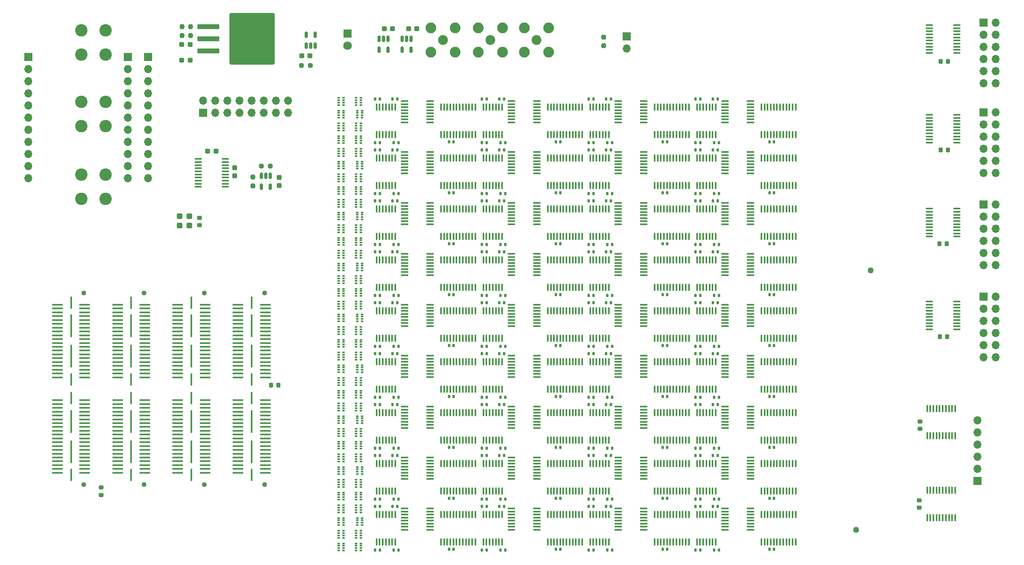
<source format=gbr>
%TF.GenerationSoftware,KiCad,Pcbnew,7.0.1*%
%TF.CreationDate,2023-04-05T17:43:42-07:00*%
%TF.ProjectId,VRSPAD-144,56525350-4144-42d3-9134-342e6b696361,rev?*%
%TF.SameCoordinates,Original*%
%TF.FileFunction,Soldermask,Top*%
%TF.FilePolarity,Negative*%
%FSLAX46Y46*%
G04 Gerber Fmt 4.6, Leading zero omitted, Abs format (unit mm)*
G04 Created by KiCad (PCBNEW 7.0.1) date 2023-04-05 17:43:42*
%MOMM*%
%LPD*%
G01*
G04 APERTURE LIST*
G04 Aperture macros list*
%AMRoundRect*
0 Rectangle with rounded corners*
0 $1 Rounding radius*
0 $2 $3 $4 $5 $6 $7 $8 $9 X,Y pos of 4 corners*
0 Add a 4 corners polygon primitive as box body*
4,1,4,$2,$3,$4,$5,$6,$7,$8,$9,$2,$3,0*
0 Add four circle primitives for the rounded corners*
1,1,$1+$1,$2,$3*
1,1,$1+$1,$4,$5*
1,1,$1+$1,$6,$7*
1,1,$1+$1,$8,$9*
0 Add four rect primitives between the rounded corners*
20,1,$1+$1,$2,$3,$4,$5,0*
20,1,$1+$1,$4,$5,$6,$7,0*
20,1,$1+$1,$6,$7,$8,$9,0*
20,1,$1+$1,$8,$9,$2,$3,0*%
G04 Aperture macros list end*
%ADD10RoundRect,0.140000X-0.140000X-0.170000X0.140000X-0.170000X0.140000X0.170000X-0.140000X0.170000X0*%
%ADD11RoundRect,0.135000X0.135000X0.185000X-0.135000X0.185000X-0.135000X-0.185000X0.135000X-0.185000X0*%
%ADD12R,0.500000X0.320000*%
%ADD13R,1.600000X0.410000*%
%ADD14C,2.600000*%
%ADD15RoundRect,0.135000X-0.135000X-0.185000X0.135000X-0.185000X0.135000X0.185000X-0.135000X0.185000X0*%
%ADD16RoundRect,0.100000X-0.100000X0.637500X-0.100000X-0.637500X0.100000X-0.637500X0.100000X0.637500X0*%
%ADD17RoundRect,0.100000X0.100000X-0.637500X0.100000X0.637500X-0.100000X0.637500X-0.100000X-0.637500X0*%
%ADD18RoundRect,0.150000X-0.150000X0.512500X-0.150000X-0.512500X0.150000X-0.512500X0.150000X0.512500X0*%
%ADD19RoundRect,0.237500X0.250000X0.237500X-0.250000X0.237500X-0.250000X-0.237500X0.250000X-0.237500X0*%
%ADD20R,1.800000X1.800000*%
%ADD21C,1.800000*%
%ADD22RoundRect,0.237500X0.237500X-0.250000X0.237500X0.250000X-0.237500X0.250000X-0.237500X-0.250000X0*%
%ADD23RoundRect,0.100000X0.637500X0.100000X-0.637500X0.100000X-0.637500X-0.100000X0.637500X-0.100000X0*%
%ADD24RoundRect,0.225000X-0.225000X-0.250000X0.225000X-0.250000X0.225000X0.250000X-0.225000X0.250000X0*%
%ADD25RoundRect,0.225000X-0.250000X0.225000X-0.250000X-0.225000X0.250000X-0.225000X0.250000X0.225000X0*%
%ADD26RoundRect,0.237500X-0.300000X-0.237500X0.300000X-0.237500X0.300000X0.237500X-0.300000X0.237500X0*%
%ADD27R,1.700000X1.700000*%
%ADD28O,1.700000X1.700000*%
%ADD29C,1.020000*%
%ADD30R,2.270000X0.410000*%
%ADD31R,0.430000X2.540000*%
%ADD32R,0.430000X4.700000*%
%ADD33RoundRect,0.237500X0.300000X0.237500X-0.300000X0.237500X-0.300000X-0.237500X0.300000X-0.237500X0*%
%ADD34RoundRect,0.237500X0.237500X-0.300000X0.237500X0.300000X-0.237500X0.300000X-0.237500X-0.300000X0*%
%ADD35RoundRect,0.100000X-0.637500X-0.100000X0.637500X-0.100000X0.637500X0.100000X-0.637500X0.100000X0*%
%ADD36RoundRect,0.300000X-0.300000X0.300000X-0.300000X-0.300000X0.300000X-0.300000X0.300000X0.300000X0*%
%ADD37RoundRect,0.237500X-0.237500X0.300000X-0.237500X-0.300000X0.237500X-0.300000X0.237500X0.300000X0*%
%ADD38RoundRect,0.237500X-0.237500X0.250000X-0.237500X-0.250000X0.237500X-0.250000X0.237500X0.250000X0*%
%ADD39RoundRect,0.237500X-0.250000X-0.237500X0.250000X-0.237500X0.250000X0.237500X-0.250000X0.237500X0*%
%ADD40RoundRect,0.150000X0.150000X-0.512500X0.150000X0.512500X-0.150000X0.512500X-0.150000X-0.512500X0*%
%ADD41RoundRect,0.225000X0.250000X-0.225000X0.250000X0.225000X-0.250000X0.225000X-0.250000X-0.225000X0*%
%ADD42RoundRect,0.250000X-2.050000X-0.300000X2.050000X-0.300000X2.050000X0.300000X-2.050000X0.300000X0*%
%ADD43RoundRect,0.250002X-4.449998X-5.149998X4.449998X-5.149998X4.449998X5.149998X-4.449998X5.149998X0*%
%ADD44C,2.050000*%
%ADD45C,2.250000*%
%ADD46C,1.270000*%
G04 APERTURE END LIST*
D10*
%TO.C,C38*%
X162969000Y33909000D03*
X163929000Y33909000D03*
%TD*%
%TO.C,C118*%
X140617000Y76581000D03*
X141577000Y76581000D03*
%TD*%
D11*
%TO.C,R48*%
X126113000Y53594000D03*
X125093000Y53594000D03*
%TD*%
D12*
%TO.C,CN6*%
X77462000Y36334000D03*
X77462000Y36834000D03*
X77462000Y37334000D03*
X77462000Y37834000D03*
X76462000Y37834000D03*
X76462000Y37334000D03*
X76462000Y36834000D03*
X76462000Y36334000D03*
%TD*%
D13*
%TO.C,U18*%
X108978700Y31813500D03*
X108978700Y31178500D03*
X108978700Y30543500D03*
X108978700Y29908500D03*
X108978700Y29273500D03*
X108978700Y28638500D03*
X108978700Y28003500D03*
X108978700Y27368500D03*
X114287300Y27368500D03*
X114287300Y28003500D03*
X114287300Y28638500D03*
X114287300Y29273500D03*
X114287300Y29908500D03*
X114287300Y30543500D03*
X114287300Y31178500D03*
X114287300Y31813500D03*
%TD*%
%TO.C,U111*%
X153682700Y21145500D03*
X153682700Y20510500D03*
X153682700Y19875500D03*
X153682700Y19240500D03*
X153682700Y18605500D03*
X153682700Y17970500D03*
X153682700Y17335500D03*
X153682700Y16700500D03*
X158991300Y16700500D03*
X158991300Y17335500D03*
X158991300Y17970500D03*
X158991300Y18605500D03*
X158991300Y19240500D03*
X158991300Y19875500D03*
X158991300Y20510500D03*
X158991300Y21145500D03*
%TD*%
D11*
%TO.C,R128*%
X81409000Y21590000D03*
X80389000Y21590000D03*
%TD*%
D14*
%TO.C,U6*%
X18923000Y85979000D03*
X24003000Y85979000D03*
X18923000Y91059000D03*
X24003000Y91059000D03*
%TD*%
D13*
%TO.C,U117*%
X131330700Y106489500D03*
X131330700Y105854500D03*
X131330700Y105219500D03*
X131330700Y104584500D03*
X131330700Y103949500D03*
X131330700Y103314500D03*
X131330700Y102679500D03*
X131330700Y102044500D03*
X136639300Y102044500D03*
X136639300Y102679500D03*
X136639300Y103314500D03*
X136639300Y103949500D03*
X136639300Y104584500D03*
X136639300Y105219500D03*
X136639300Y105854500D03*
X136639300Y106489500D03*
%TD*%
D15*
%TO.C,R9*%
X128776000Y32258000D03*
X129796000Y32258000D03*
%TD*%
D16*
%TO.C,U68*%
X151683000Y73220500D03*
X151033000Y73220500D03*
X150383000Y73220500D03*
X149733000Y73220500D03*
X149083000Y73220500D03*
X148433000Y73220500D03*
X147783000Y73220500D03*
X147783000Y67495500D03*
X148433000Y67495500D03*
X149083000Y67495500D03*
X149733000Y67495500D03*
X150383000Y67495500D03*
X151033000Y67495500D03*
X151683000Y67495500D03*
%TD*%
D13*
%TO.C,U102*%
X86626700Y21145500D03*
X86626700Y20510500D03*
X86626700Y19875500D03*
X86626700Y19240500D03*
X86626700Y18605500D03*
X86626700Y17970500D03*
X86626700Y17335500D03*
X86626700Y16700500D03*
X91935300Y16700500D03*
X91935300Y17335500D03*
X91935300Y17970500D03*
X91935300Y18605500D03*
X91935300Y19240500D03*
X91935300Y19875500D03*
X91935300Y20510500D03*
X91935300Y21145500D03*
%TD*%
D11*
%TO.C,R92*%
X126113000Y85598000D03*
X125093000Y85598000D03*
%TD*%
D10*
%TO.C,C153*%
X95913000Y97917000D03*
X96873000Y97917000D03*
%TD*%
D11*
%TO.C,R72*%
X126113000Y74930000D03*
X125093000Y74930000D03*
%TD*%
D17*
%TO.C,U58*%
X116567000Y56827500D03*
X117217000Y56827500D03*
X117867000Y56827500D03*
X118517000Y56827500D03*
X119167000Y56827500D03*
X119817000Y56827500D03*
X120467000Y56827500D03*
X121117000Y56827500D03*
X121767000Y56827500D03*
X122417000Y56827500D03*
X123067000Y56827500D03*
X123717000Y56827500D03*
X123717000Y62552500D03*
X123067000Y62552500D03*
X122417000Y62552500D03*
X121767000Y62552500D03*
X121117000Y62552500D03*
X120467000Y62552500D03*
X119817000Y62552500D03*
X119167000Y62552500D03*
X118517000Y62552500D03*
X117867000Y62552500D03*
X117217000Y62552500D03*
X116567000Y62552500D03*
%TD*%
D10*
%TO.C,C123*%
X118265000Y76581000D03*
X119225000Y76581000D03*
%TD*%
D11*
%TO.C,R16*%
X103761000Y32258000D03*
X102741000Y32258000D03*
%TD*%
D15*
%TO.C,R85*%
X151128000Y74930000D03*
X152148000Y74930000D03*
%TD*%
D17*
%TO.C,U115*%
X116567000Y99499500D03*
X117217000Y99499500D03*
X117867000Y99499500D03*
X118517000Y99499500D03*
X119167000Y99499500D03*
X119817000Y99499500D03*
X120467000Y99499500D03*
X121117000Y99499500D03*
X121767000Y99499500D03*
X122417000Y99499500D03*
X123067000Y99499500D03*
X123717000Y99499500D03*
X123717000Y105224500D03*
X123067000Y105224500D03*
X122417000Y105224500D03*
X121767000Y105224500D03*
X121117000Y105224500D03*
X120467000Y105224500D03*
X119817000Y105224500D03*
X119167000Y105224500D03*
X118517000Y105224500D03*
X117867000Y105224500D03*
X117217000Y105224500D03*
X116567000Y105224500D03*
%TD*%
D15*
%TO.C,R26*%
X151382000Y33782000D03*
X152402000Y33782000D03*
%TD*%
%TO.C,R114*%
X106678000Y87122000D03*
X107698000Y87122000D03*
%TD*%
D11*
%TO.C,R83*%
X148465000Y65786000D03*
X147445000Y65786000D03*
%TD*%
D18*
%TO.C,U13*%
X87945000Y119507000D03*
X86995000Y119507000D03*
X86045000Y119507000D03*
X86045000Y117232000D03*
X87945000Y117232000D03*
%TD*%
D19*
%TO.C,R7*%
X58438500Y92837000D03*
X56613500Y92837000D03*
%TD*%
D11*
%TO.C,R59*%
X126113000Y55118000D03*
X125093000Y55118000D03*
%TD*%
D17*
%TO.C,U40*%
X161271000Y46159500D03*
X161921000Y46159500D03*
X162571000Y46159500D03*
X163221000Y46159500D03*
X163871000Y46159500D03*
X164521000Y46159500D03*
X165171000Y46159500D03*
X165821000Y46159500D03*
X166471000Y46159500D03*
X167121000Y46159500D03*
X167771000Y46159500D03*
X168421000Y46159500D03*
X168421000Y51884500D03*
X167771000Y51884500D03*
X167121000Y51884500D03*
X166471000Y51884500D03*
X165821000Y51884500D03*
X165171000Y51884500D03*
X164521000Y51884500D03*
X163871000Y51884500D03*
X163221000Y51884500D03*
X162571000Y51884500D03*
X161921000Y51884500D03*
X161271000Y51884500D03*
%TD*%
D12*
%TO.C,RN30*%
X73779000Y14998000D03*
X73779000Y15498000D03*
X73779000Y15998000D03*
X73779000Y16498000D03*
X72779000Y16498000D03*
X72779000Y15998000D03*
X72779000Y15498000D03*
X72779000Y14998000D03*
%TD*%
D20*
%TO.C,D1*%
X74676000Y120655000D03*
D21*
X74676000Y118115000D03*
%TD*%
D15*
%TO.C,R134*%
X106678000Y12446000D03*
X107698000Y12446000D03*
%TD*%
D11*
%TO.C,R107*%
X148465000Y87122000D03*
X147445000Y87122000D03*
%TD*%
D12*
%TO.C,RN10*%
X73779000Y47002000D03*
X73779000Y47502000D03*
X73779000Y48002000D03*
X73779000Y48502000D03*
X72779000Y48502000D03*
X72779000Y48002000D03*
X72779000Y47502000D03*
X72779000Y47002000D03*
%TD*%
D10*
%TO.C,C108*%
X162969000Y65913000D03*
X163929000Y65913000D03*
%TD*%
D11*
%TO.C,R55*%
X81409000Y55118000D03*
X80389000Y55118000D03*
%TD*%
%TO.C,R43*%
X148465000Y44450000D03*
X147445000Y44450000D03*
%TD*%
D15*
%TO.C,R130*%
X129030000Y12446000D03*
X130050000Y12446000D03*
%TD*%
%TO.C,R93*%
X128776000Y85598000D03*
X129796000Y85598000D03*
%TD*%
D22*
%TO.C,R3*%
X41838000Y120226500D03*
X41838000Y122051500D03*
%TD*%
D10*
%TO.C,C78*%
X140617000Y55245000D03*
X141577000Y55245000D03*
%TD*%
D13*
%TO.C,U60*%
X131330700Y74485500D03*
X131330700Y73850500D03*
X131330700Y73215500D03*
X131330700Y72580500D03*
X131330700Y71945500D03*
X131330700Y71310500D03*
X131330700Y70675500D03*
X131330700Y70040500D03*
X136639300Y70040500D03*
X136639300Y70675500D03*
X136639300Y71310500D03*
X136639300Y71945500D03*
X136639300Y72580500D03*
X136639300Y73215500D03*
X136639300Y73850500D03*
X136639300Y74485500D03*
%TD*%
D12*
%TO.C,CN23*%
X77716000Y81673000D03*
X77716000Y82173000D03*
X77716000Y82673000D03*
X77716000Y83173000D03*
X76716000Y83173000D03*
X76716000Y82673000D03*
X76716000Y82173000D03*
X76716000Y81673000D03*
%TD*%
D15*
%TO.C,R74*%
X84326000Y65786000D03*
X85346000Y65786000D03*
%TD*%
%TO.C,R57*%
X84072000Y64262000D03*
X85092000Y64262000D03*
%TD*%
D12*
%TO.C,RN15*%
X73779000Y60337000D03*
X73779000Y60837000D03*
X73779000Y61337000D03*
X73779000Y61837000D03*
X72779000Y61837000D03*
X72779000Y61337000D03*
X72779000Y60837000D03*
X72779000Y60337000D03*
%TD*%
D15*
%TO.C,R94*%
X106678000Y76454000D03*
X107698000Y76454000D03*
%TD*%
D12*
%TO.C,RN35*%
X73779000Y103009000D03*
X73779000Y103509000D03*
X73779000Y104009000D03*
X73779000Y104509000D03*
X72779000Y104509000D03*
X72779000Y104009000D03*
X72779000Y103509000D03*
X72779000Y103009000D03*
%TD*%
D13*
%TO.C,U36*%
X108978700Y53149500D03*
X108978700Y52514500D03*
X108978700Y51879500D03*
X108978700Y51244500D03*
X108978700Y50609500D03*
X108978700Y49974500D03*
X108978700Y49339500D03*
X108978700Y48704500D03*
X114287300Y48704500D03*
X114287300Y49339500D03*
X114287300Y49974500D03*
X114287300Y50609500D03*
X114287300Y51244500D03*
X114287300Y51879500D03*
X114287300Y52514500D03*
X114287300Y53149500D03*
%TD*%
D10*
%TO.C,C163*%
X95913000Y12573000D03*
X96873000Y12573000D03*
%TD*%
D15*
%TO.C,R133*%
X128776000Y21590000D03*
X129796000Y21590000D03*
%TD*%
D23*
%TO.C,U119*%
X202125500Y78101000D03*
X202125500Y78751000D03*
X202125500Y79401000D03*
X202125500Y80051000D03*
X202125500Y80701000D03*
X202125500Y81351000D03*
X202125500Y82001000D03*
X202125500Y82651000D03*
X202125500Y83301000D03*
X202125500Y83951000D03*
X196400500Y83951000D03*
X196400500Y83301000D03*
X196400500Y82651000D03*
X196400500Y82001000D03*
X196400500Y81351000D03*
X196400500Y80701000D03*
X196400500Y80051000D03*
X196400500Y79401000D03*
X196400500Y78751000D03*
X196400500Y78101000D03*
%TD*%
D11*
%TO.C,R131*%
X126113000Y12446000D03*
X125093000Y12446000D03*
%TD*%
D12*
%TO.C,CN16*%
X77462000Y63004000D03*
X77462000Y63504000D03*
X77462000Y64004000D03*
X77462000Y64504000D03*
X76462000Y64504000D03*
X76462000Y64004000D03*
X76462000Y63504000D03*
X76462000Y63004000D03*
%TD*%
D15*
%TO.C,R73*%
X128776000Y74930000D03*
X129796000Y74930000D03*
%TD*%
D10*
%TO.C,C138*%
X162969000Y87249000D03*
X163929000Y87249000D03*
%TD*%
D15*
%TO.C,R13*%
X151128000Y32258000D03*
X152148000Y32258000D03*
%TD*%
D12*
%TO.C,RN34*%
X73779000Y100342000D03*
X73779000Y100842000D03*
X73779000Y101342000D03*
X73779000Y101842000D03*
X72779000Y101842000D03*
X72779000Y101342000D03*
X72779000Y100842000D03*
X72779000Y100342000D03*
%TD*%
%TO.C,RN1*%
X73779000Y22999000D03*
X73779000Y23499000D03*
X73779000Y23999000D03*
X73779000Y24499000D03*
X72779000Y24499000D03*
X72779000Y23999000D03*
X72779000Y23499000D03*
X72779000Y22999000D03*
%TD*%
D15*
%TO.C,R118*%
X84326000Y97790000D03*
X85346000Y97790000D03*
%TD*%
D12*
%TO.C,CN29*%
X77462000Y12331000D03*
X77462000Y12831000D03*
X77462000Y13331000D03*
X77462000Y13831000D03*
X76462000Y13831000D03*
X76462000Y13331000D03*
X76462000Y12831000D03*
X76462000Y12331000D03*
%TD*%
D16*
%TO.C,U77*%
X106979000Y83888500D03*
X106329000Y83888500D03*
X105679000Y83888500D03*
X105029000Y83888500D03*
X104379000Y83888500D03*
X103729000Y83888500D03*
X103079000Y83888500D03*
X103079000Y78163500D03*
X103729000Y78163500D03*
X104379000Y78163500D03*
X105029000Y78163500D03*
X105679000Y78163500D03*
X106329000Y78163500D03*
X106979000Y78163500D03*
%TD*%
D12*
%TO.C,RN27*%
X73779000Y92341000D03*
X73779000Y92841000D03*
X73779000Y93341000D03*
X73779000Y93841000D03*
X72779000Y93841000D03*
X72779000Y93341000D03*
X72779000Y92841000D03*
X72779000Y92341000D03*
%TD*%
D11*
%TO.C,R140*%
X148465000Y21590000D03*
X147445000Y21590000D03*
%TD*%
D17*
%TO.C,U73*%
X94215000Y78163500D03*
X94865000Y78163500D03*
X95515000Y78163500D03*
X96165000Y78163500D03*
X96815000Y78163500D03*
X97465000Y78163500D03*
X98115000Y78163500D03*
X98765000Y78163500D03*
X99415000Y78163500D03*
X100065000Y78163500D03*
X100715000Y78163500D03*
X101365000Y78163500D03*
X101365000Y83888500D03*
X100715000Y83888500D03*
X100065000Y83888500D03*
X99415000Y83888500D03*
X98765000Y83888500D03*
X98115000Y83888500D03*
X97465000Y83888500D03*
X96815000Y83888500D03*
X96165000Y83888500D03*
X95515000Y83888500D03*
X94865000Y83888500D03*
X94215000Y83888500D03*
%TD*%
D10*
%TO.C,C88*%
X118265000Y55245000D03*
X119225000Y55245000D03*
%TD*%
D24*
%TO.C,C193*%
X198615000Y57150000D03*
X200165000Y57150000D03*
%TD*%
D12*
%TO.C,RN4*%
X73779000Y31000000D03*
X73779000Y31500000D03*
X73779000Y32000000D03*
X73779000Y32500000D03*
X72779000Y32500000D03*
X72779000Y32000000D03*
X72779000Y31500000D03*
X72779000Y31000000D03*
%TD*%
D15*
%TO.C,R41*%
X106424000Y53594000D03*
X107444000Y53594000D03*
%TD*%
D10*
%TO.C,C93*%
X140617000Y65913000D03*
X141577000Y65913000D03*
%TD*%
D15*
%TO.C,R149*%
X128776000Y106934000D03*
X129796000Y106934000D03*
%TD*%
D16*
%TO.C,U95*%
X84627000Y105224500D03*
X83977000Y105224500D03*
X83327000Y105224500D03*
X82677000Y105224500D03*
X82027000Y105224500D03*
X81377000Y105224500D03*
X80727000Y105224500D03*
X80727000Y99499500D03*
X81377000Y99499500D03*
X82027000Y99499500D03*
X82677000Y99499500D03*
X83327000Y99499500D03*
X83977000Y99499500D03*
X84627000Y99499500D03*
%TD*%
D12*
%TO.C,RN7*%
X73779000Y39001000D03*
X73779000Y39501000D03*
X73779000Y40001000D03*
X73779000Y40501000D03*
X72779000Y40501000D03*
X72779000Y40001000D03*
X72779000Y39501000D03*
X72779000Y39001000D03*
%TD*%
D16*
%TO.C,U56*%
X106979000Y62552500D03*
X106329000Y62552500D03*
X105679000Y62552500D03*
X105029000Y62552500D03*
X104379000Y62552500D03*
X103729000Y62552500D03*
X103079000Y62552500D03*
X103079000Y56827500D03*
X103729000Y56827500D03*
X104379000Y56827500D03*
X105029000Y56827500D03*
X105679000Y56827500D03*
X106329000Y56827500D03*
X106979000Y56827500D03*
%TD*%
D15*
%TO.C,R61*%
X128776000Y64262000D03*
X129796000Y64262000D03*
%TD*%
D12*
%TO.C,CN12*%
X77462000Y52336000D03*
X77462000Y52836000D03*
X77462000Y53336000D03*
X77462000Y53836000D03*
X76462000Y53836000D03*
X76462000Y53336000D03*
X76462000Y52836000D03*
X76462000Y52336000D03*
%TD*%
D13*
%TO.C,U114*%
X108978700Y106489500D03*
X108978700Y105854500D03*
X108978700Y105219500D03*
X108978700Y104584500D03*
X108978700Y103949500D03*
X108978700Y103314500D03*
X108978700Y102679500D03*
X108978700Y102044500D03*
X114287300Y102044500D03*
X114287300Y102679500D03*
X114287300Y103314500D03*
X114287300Y103949500D03*
X114287300Y104584500D03*
X114287300Y105219500D03*
X114287300Y105854500D03*
X114287300Y106489500D03*
%TD*%
D17*
%TO.C,U52*%
X138919000Y56827500D03*
X139569000Y56827500D03*
X140219000Y56827500D03*
X140869000Y56827500D03*
X141519000Y56827500D03*
X142169000Y56827500D03*
X142819000Y56827500D03*
X143469000Y56827500D03*
X144119000Y56827500D03*
X144769000Y56827500D03*
X145419000Y56827500D03*
X146069000Y56827500D03*
X146069000Y62552500D03*
X145419000Y62552500D03*
X144769000Y62552500D03*
X144119000Y62552500D03*
X143469000Y62552500D03*
X142819000Y62552500D03*
X142169000Y62552500D03*
X141519000Y62552500D03*
X140869000Y62552500D03*
X140219000Y62552500D03*
X139569000Y62552500D03*
X138919000Y62552500D03*
%TD*%
D11*
%TO.C,R135*%
X103761000Y12446000D03*
X102741000Y12446000D03*
%TD*%
D13*
%TO.C,U96*%
X86626700Y106489500D03*
X86626700Y105854500D03*
X86626700Y105219500D03*
X86626700Y104584500D03*
X86626700Y103949500D03*
X86626700Y103314500D03*
X86626700Y102679500D03*
X86626700Y102044500D03*
X91935300Y102044500D03*
X91935300Y102679500D03*
X91935300Y103314500D03*
X91935300Y103949500D03*
X91935300Y104584500D03*
X91935300Y105219500D03*
X91935300Y105854500D03*
X91935300Y106489500D03*
%TD*%
D12*
%TO.C,RN13*%
X73779000Y55003000D03*
X73779000Y55503000D03*
X73779000Y56003000D03*
X73779000Y56503000D03*
X72779000Y56503000D03*
X72779000Y56003000D03*
X72779000Y55503000D03*
X72779000Y55003000D03*
%TD*%
%TO.C,CN34*%
X77462000Y100342000D03*
X77462000Y100842000D03*
X77462000Y101342000D03*
X77462000Y101842000D03*
X76462000Y101842000D03*
X76462000Y101342000D03*
X76462000Y100842000D03*
X76462000Y100342000D03*
%TD*%
D15*
%TO.C,R42*%
X151382000Y44450000D03*
X152402000Y44450000D03*
%TD*%
D11*
%TO.C,R52*%
X81409000Y53594000D03*
X80389000Y53594000D03*
%TD*%
D15*
%TO.C,R81*%
X106424000Y74930000D03*
X107444000Y74930000D03*
%TD*%
D11*
%TO.C,R147*%
X126113000Y97790000D03*
X125093000Y97790000D03*
%TD*%
D12*
%TO.C,RN28*%
X73779000Y95008000D03*
X73779000Y95508000D03*
X73779000Y96008000D03*
X73779000Y96508000D03*
X72779000Y96508000D03*
X72779000Y96008000D03*
X72779000Y95508000D03*
X72779000Y95008000D03*
%TD*%
D17*
%TO.C,U109*%
X116567000Y14155500D03*
X117217000Y14155500D03*
X117867000Y14155500D03*
X118517000Y14155500D03*
X119167000Y14155500D03*
X119817000Y14155500D03*
X120467000Y14155500D03*
X121117000Y14155500D03*
X121767000Y14155500D03*
X122417000Y14155500D03*
X123067000Y14155500D03*
X123717000Y14155500D03*
X123717000Y19880500D03*
X123067000Y19880500D03*
X122417000Y19880500D03*
X121767000Y19880500D03*
X121117000Y19880500D03*
X120467000Y19880500D03*
X119817000Y19880500D03*
X119167000Y19880500D03*
X118517000Y19880500D03*
X117867000Y19880500D03*
X117217000Y19880500D03*
X116567000Y19880500D03*
%TD*%
D15*
%TO.C,R122*%
X151382000Y97790000D03*
X152402000Y97790000D03*
%TD*%
D12*
%TO.C,RN18*%
X73779000Y68338000D03*
X73779000Y68838000D03*
X73779000Y69338000D03*
X73779000Y69838000D03*
X72779000Y69838000D03*
X72779000Y69338000D03*
X72779000Y68838000D03*
X72779000Y68338000D03*
%TD*%
%TO.C,CN21*%
X77462000Y76339000D03*
X77462000Y76839000D03*
X77462000Y77339000D03*
X77462000Y77839000D03*
X76462000Y77839000D03*
X76462000Y77339000D03*
X76462000Y76839000D03*
X76462000Y76339000D03*
%TD*%
%TO.C,CN5*%
X77462000Y33667000D03*
X77462000Y34167000D03*
X77462000Y34667000D03*
X77462000Y35167000D03*
X76462000Y35167000D03*
X76462000Y34667000D03*
X76462000Y34167000D03*
X76462000Y33667000D03*
%TD*%
D16*
%TO.C,U62*%
X84627000Y73220500D03*
X83977000Y73220500D03*
X83327000Y73220500D03*
X82677000Y73220500D03*
X82027000Y73220500D03*
X81377000Y73220500D03*
X80727000Y73220500D03*
X80727000Y67495500D03*
X81377000Y67495500D03*
X82027000Y67495500D03*
X82677000Y67495500D03*
X83327000Y67495500D03*
X83977000Y67495500D03*
X84627000Y67495500D03*
%TD*%
D12*
%TO.C,CN11*%
X77716000Y49669000D03*
X77716000Y50169000D03*
X77716000Y50669000D03*
X77716000Y51169000D03*
X76716000Y51169000D03*
X76716000Y50669000D03*
X76716000Y50169000D03*
X76716000Y49669000D03*
%TD*%
%TO.C,CN10*%
X77462000Y47002000D03*
X77462000Y47502000D03*
X77462000Y48002000D03*
X77462000Y48502000D03*
X76462000Y48502000D03*
X76462000Y48002000D03*
X76462000Y47502000D03*
X76462000Y47002000D03*
%TD*%
D16*
%TO.C,U74*%
X129331000Y83888500D03*
X128681000Y83888500D03*
X128031000Y83888500D03*
X127381000Y83888500D03*
X126731000Y83888500D03*
X126081000Y83888500D03*
X125431000Y83888500D03*
X125431000Y78163500D03*
X126081000Y78163500D03*
X126731000Y78163500D03*
X127381000Y78163500D03*
X128031000Y78163500D03*
X128681000Y78163500D03*
X129331000Y78163500D03*
%TD*%
D11*
%TO.C,R27*%
X148465000Y33782000D03*
X147445000Y33782000D03*
%TD*%
D13*
%TO.C,U87*%
X153682700Y95821500D03*
X153682700Y95186500D03*
X153682700Y94551500D03*
X153682700Y93916500D03*
X153682700Y93281500D03*
X153682700Y92646500D03*
X153682700Y92011500D03*
X153682700Y91376500D03*
X158991300Y91376500D03*
X158991300Y92011500D03*
X158991300Y92646500D03*
X158991300Y93281500D03*
X158991300Y93916500D03*
X158991300Y94551500D03*
X158991300Y95186500D03*
X158991300Y95821500D03*
%TD*%
D15*
%TO.C,R145*%
X106424000Y106934000D03*
X107444000Y106934000D03*
%TD*%
D10*
%TO.C,C33*%
X95913000Y33909000D03*
X96873000Y33909000D03*
%TD*%
D11*
%TO.C,R124*%
X148465000Y106934000D03*
X147445000Y106934000D03*
%TD*%
%TO.C,R112*%
X126113000Y96266000D03*
X125093000Y96266000D03*
%TD*%
D10*
%TO.C,C148*%
X118265000Y87249000D03*
X119225000Y87249000D03*
%TD*%
D12*
%TO.C,CN22*%
X77462000Y79006000D03*
X77462000Y79506000D03*
X77462000Y80006000D03*
X77462000Y80506000D03*
X76462000Y80506000D03*
X76462000Y80006000D03*
X76462000Y79506000D03*
X76462000Y79006000D03*
%TD*%
D14*
%TO.C,U4*%
X18923000Y101219000D03*
X24003000Y101219000D03*
X18923000Y106299000D03*
X24003000Y106299000D03*
%TD*%
D12*
%TO.C,RN22*%
X73779000Y79006000D03*
X73779000Y79506000D03*
X73779000Y80006000D03*
X73779000Y80506000D03*
X72779000Y80506000D03*
X72779000Y80006000D03*
X72779000Y79506000D03*
X72779000Y79006000D03*
%TD*%
D10*
%TO.C,C53*%
X118265000Y44577000D03*
X119225000Y44577000D03*
%TD*%
D12*
%TO.C,RN25*%
X73779000Y87007000D03*
X73779000Y87507000D03*
X73779000Y88007000D03*
X73779000Y88507000D03*
X72779000Y88507000D03*
X72779000Y88007000D03*
X72779000Y87507000D03*
X72779000Y87007000D03*
%TD*%
%TO.C,RN14*%
X73779000Y57670000D03*
X73779000Y58170000D03*
X73779000Y58670000D03*
X73779000Y59170000D03*
X72779000Y59170000D03*
X72779000Y58670000D03*
X72779000Y58170000D03*
X72779000Y57670000D03*
%TD*%
D25*
%TO.C,C198*%
X23114000Y25540000D03*
X23114000Y23990000D03*
%TD*%
D10*
%TO.C,C133*%
X95913000Y87249000D03*
X96873000Y87249000D03*
%TD*%
D11*
%TO.C,R91*%
X126113000Y76454000D03*
X125093000Y76454000D03*
%TD*%
D10*
%TO.C,C48*%
X140617000Y33909000D03*
X141577000Y33909000D03*
%TD*%
D15*
%TO.C,R30*%
X106678000Y33782000D03*
X107698000Y33782000D03*
%TD*%
%TO.C,R77*%
X84072000Y74930000D03*
X85092000Y74930000D03*
%TD*%
D11*
%TO.C,R127*%
X81409000Y12446000D03*
X80389000Y12446000D03*
%TD*%
D15*
%TO.C,R98*%
X151382000Y76454000D03*
X152402000Y76454000D03*
%TD*%
%TO.C,R34*%
X129030000Y33782000D03*
X130050000Y33782000D03*
%TD*%
D12*
%TO.C,CN32*%
X77462000Y20332000D03*
X77462000Y20832000D03*
X77462000Y21332000D03*
X77462000Y21832000D03*
X76462000Y21832000D03*
X76462000Y21332000D03*
X76462000Y20832000D03*
X76462000Y20332000D03*
%TD*%
D15*
%TO.C,R65*%
X151128000Y64262000D03*
X152148000Y64262000D03*
%TD*%
D17*
%TO.C,U55*%
X161271000Y56827500D03*
X161921000Y56827500D03*
X162571000Y56827500D03*
X163221000Y56827500D03*
X163871000Y56827500D03*
X164521000Y56827500D03*
X165171000Y56827500D03*
X165821000Y56827500D03*
X166471000Y56827500D03*
X167121000Y56827500D03*
X167771000Y56827500D03*
X168421000Y56827500D03*
X168421000Y62552500D03*
X167771000Y62552500D03*
X167121000Y62552500D03*
X166471000Y62552500D03*
X165821000Y62552500D03*
X165171000Y62552500D03*
X164521000Y62552500D03*
X163871000Y62552500D03*
X163221000Y62552500D03*
X162571000Y62552500D03*
X161921000Y62552500D03*
X161271000Y62552500D03*
%TD*%
D10*
%TO.C,C58*%
X162969000Y44577000D03*
X163929000Y44577000D03*
%TD*%
D11*
%TO.C,R15*%
X103761000Y23114000D03*
X102741000Y23114000D03*
%TD*%
%TO.C,R67*%
X103761000Y55118000D03*
X102741000Y55118000D03*
%TD*%
D16*
%TO.C,U20*%
X84627000Y30548500D03*
X83977000Y30548500D03*
X83327000Y30548500D03*
X82677000Y30548500D03*
X82027000Y30548500D03*
X81377000Y30548500D03*
X80727000Y30548500D03*
X80727000Y24823500D03*
X81377000Y24823500D03*
X82027000Y24823500D03*
X82677000Y24823500D03*
X83327000Y24823500D03*
X83977000Y24823500D03*
X84627000Y24823500D03*
%TD*%
%TO.C,U41*%
X129331000Y51884500D03*
X128681000Y51884500D03*
X128031000Y51884500D03*
X127381000Y51884500D03*
X126731000Y51884500D03*
X126081000Y51884500D03*
X125431000Y51884500D03*
X125431000Y46159500D03*
X126081000Y46159500D03*
X126731000Y46159500D03*
X127381000Y46159500D03*
X128031000Y46159500D03*
X128681000Y46159500D03*
X129331000Y46159500D03*
%TD*%
D12*
%TO.C,CN4*%
X77462000Y31000000D03*
X77462000Y31500000D03*
X77462000Y32000000D03*
X77462000Y32500000D03*
X76462000Y32500000D03*
X76462000Y32000000D03*
X76462000Y31500000D03*
X76462000Y31000000D03*
%TD*%
D13*
%TO.C,U93*%
X108978700Y95821500D03*
X108978700Y95186500D03*
X108978700Y94551500D03*
X108978700Y93916500D03*
X108978700Y93281500D03*
X108978700Y92646500D03*
X108978700Y92011500D03*
X108978700Y91376500D03*
X114287300Y91376500D03*
X114287300Y92011500D03*
X114287300Y92646500D03*
X114287300Y93281500D03*
X114287300Y93916500D03*
X114287300Y94551500D03*
X114287300Y95186500D03*
X114287300Y95821500D03*
%TD*%
D15*
%TO.C,R97*%
X106424000Y85598000D03*
X107444000Y85598000D03*
%TD*%
D26*
%TO.C,C11*%
X45365500Y96012000D03*
X47090500Y96012000D03*
%TD*%
D15*
%TO.C,R109*%
X151128000Y96266000D03*
X152148000Y96266000D03*
%TD*%
D11*
%TO.C,R2*%
X126113000Y23114000D03*
X125093000Y23114000D03*
%TD*%
D13*
%TO.C,U75*%
X131330700Y85153500D03*
X131330700Y84518500D03*
X131330700Y83883500D03*
X131330700Y83248500D03*
X131330700Y82613500D03*
X131330700Y81978500D03*
X131330700Y81343500D03*
X131330700Y80708500D03*
X136639300Y80708500D03*
X136639300Y81343500D03*
X136639300Y81978500D03*
X136639300Y82613500D03*
X136639300Y83248500D03*
X136639300Y83883500D03*
X136639300Y84518500D03*
X136639300Y85153500D03*
%TD*%
D27*
%TO.C,J5*%
X7874000Y115697000D03*
D28*
X7874000Y113157000D03*
X7874000Y110617000D03*
X7874000Y108077000D03*
X7874000Y105537000D03*
X7874000Y102997000D03*
X7874000Y100457000D03*
X7874000Y97917000D03*
X7874000Y95377000D03*
X7874000Y92837000D03*
X7874000Y90297000D03*
%TD*%
D12*
%TO.C,RN17*%
X73779000Y65671000D03*
X73779000Y66171000D03*
X73779000Y66671000D03*
X73779000Y67171000D03*
X72779000Y67171000D03*
X72779000Y66671000D03*
X72779000Y66171000D03*
X72779000Y65671000D03*
%TD*%
D15*
%TO.C,R78*%
X106678000Y65786000D03*
X107698000Y65786000D03*
%TD*%
D17*
%TO.C,U124*%
X195957000Y36380500D03*
X196607000Y36380500D03*
X197257000Y36380500D03*
X197907000Y36380500D03*
X198557000Y36380500D03*
X199207000Y36380500D03*
X199857000Y36380500D03*
X200507000Y36380500D03*
X201157000Y36380500D03*
X201807000Y36380500D03*
X201807000Y42105500D03*
X201157000Y42105500D03*
X200507000Y42105500D03*
X199857000Y42105500D03*
X199207000Y42105500D03*
X198557000Y42105500D03*
X197907000Y42105500D03*
X197257000Y42105500D03*
X196607000Y42105500D03*
X195957000Y42105500D03*
%TD*%
D11*
%TO.C,R99*%
X148465000Y76454000D03*
X147445000Y76454000D03*
%TD*%
D17*
%TO.C,U82*%
X161271000Y78163500D03*
X161921000Y78163500D03*
X162571000Y78163500D03*
X163221000Y78163500D03*
X163871000Y78163500D03*
X164521000Y78163500D03*
X165171000Y78163500D03*
X165821000Y78163500D03*
X166471000Y78163500D03*
X167121000Y78163500D03*
X167771000Y78163500D03*
X168421000Y78163500D03*
X168421000Y83888500D03*
X167771000Y83888500D03*
X167121000Y83888500D03*
X166471000Y83888500D03*
X165821000Y83888500D03*
X165171000Y83888500D03*
X164521000Y83888500D03*
X163871000Y83888500D03*
X163221000Y83888500D03*
X162571000Y83888500D03*
X161921000Y83888500D03*
X161271000Y83888500D03*
%TD*%
D16*
%TO.C,U98*%
X151683000Y105224500D03*
X151033000Y105224500D03*
X150383000Y105224500D03*
X149733000Y105224500D03*
X149083000Y105224500D03*
X148433000Y105224500D03*
X147783000Y105224500D03*
X147783000Y99499500D03*
X148433000Y99499500D03*
X149083000Y99499500D03*
X149733000Y99499500D03*
X150383000Y99499500D03*
X151033000Y99499500D03*
X151683000Y99499500D03*
%TD*%
D29*
%TO.C,J8*%
X57257000Y66293000D03*
X57257000Y26163000D03*
D30*
X51722000Y63828000D03*
X57452000Y63828000D03*
X51722000Y63028000D03*
X57452000Y63028000D03*
X51722000Y62228000D03*
X57452000Y62228000D03*
X51722000Y61428000D03*
X57452000Y61428000D03*
X51722000Y60628000D03*
X57452000Y60628000D03*
X51722000Y59828000D03*
X57452000Y59828000D03*
X51722000Y59028000D03*
X57452000Y59028000D03*
X51722000Y58228000D03*
X57452000Y58228000D03*
X51722000Y57428000D03*
X57452000Y57428000D03*
X51722000Y56628000D03*
X57452000Y56628000D03*
X51722000Y55828000D03*
X57452000Y55828000D03*
X51722000Y55028000D03*
X57452000Y55028000D03*
X51722000Y54228000D03*
X57452000Y54228000D03*
X51722000Y53428000D03*
X57452000Y53428000D03*
X51722000Y52628000D03*
X57452000Y52628000D03*
X51722000Y51828000D03*
X57452000Y51828000D03*
X51722000Y51028000D03*
X57452000Y51028000D03*
X51722000Y50228000D03*
X57452000Y50228000D03*
X51722000Y49428000D03*
X57452000Y49428000D03*
X51722000Y48628000D03*
X57452000Y48628000D03*
X51722000Y43828000D03*
X57452000Y43828000D03*
X51722000Y43028000D03*
X57452000Y43028000D03*
X51722000Y42228000D03*
X57452000Y42228000D03*
X51722000Y41428000D03*
X57452000Y41428000D03*
X51722000Y40628000D03*
X57452000Y40628000D03*
X51722000Y39828000D03*
X57452000Y39828000D03*
X51722000Y39028000D03*
X57452000Y39028000D03*
X51722000Y38228000D03*
X57452000Y38228000D03*
X51722000Y37428000D03*
X57452000Y37428000D03*
X51722000Y36628000D03*
X57452000Y36628000D03*
X51722000Y35828000D03*
X57452000Y35828000D03*
X51722000Y35028000D03*
X57452000Y35028000D03*
X51722000Y34228000D03*
X57452000Y34228000D03*
X51722000Y33428000D03*
X57452000Y33428000D03*
X51722000Y32628000D03*
X57452000Y32628000D03*
X51722000Y31828000D03*
X57452000Y31828000D03*
X51722000Y31028000D03*
X57452000Y31028000D03*
X51722000Y30228000D03*
X57452000Y30228000D03*
X51722000Y29428000D03*
X57452000Y29428000D03*
X51722000Y28628000D03*
X57452000Y28628000D03*
D31*
X54587000Y64293000D03*
D32*
X54587000Y59403000D03*
X54587000Y53053000D03*
D31*
X54587000Y48163000D03*
X54587000Y44293000D03*
D32*
X54587000Y39403000D03*
X54587000Y33053000D03*
D31*
X54587000Y28163000D03*
%TD*%
D33*
%TO.C,C18*%
X89127500Y121671500D03*
X87402500Y121671500D03*
%TD*%
D15*
%TO.C,R50*%
X84326000Y44450000D03*
X85346000Y44450000D03*
%TD*%
D11*
%TO.C,R39*%
X103761000Y44450000D03*
X102741000Y44450000D03*
%TD*%
D16*
%TO.C,U23*%
X84627000Y41216500D03*
X83977000Y41216500D03*
X83327000Y41216500D03*
X82677000Y41216500D03*
X82027000Y41216500D03*
X81377000Y41216500D03*
X80727000Y41216500D03*
X80727000Y35491500D03*
X81377000Y35491500D03*
X82027000Y35491500D03*
X82677000Y35491500D03*
X83327000Y35491500D03*
X83977000Y35491500D03*
X84627000Y35491500D03*
%TD*%
D12*
%TO.C,CN2*%
X77462000Y25666000D03*
X77462000Y26166000D03*
X77462000Y26666000D03*
X77462000Y27166000D03*
X76462000Y27166000D03*
X76462000Y26666000D03*
X76462000Y26166000D03*
X76462000Y25666000D03*
%TD*%
D15*
%TO.C,R62*%
X151382000Y55118000D03*
X152402000Y55118000D03*
%TD*%
%TO.C,R137*%
X106424000Y21590000D03*
X107444000Y21590000D03*
%TD*%
D12*
%TO.C,CN26*%
X77462000Y89674000D03*
X77462000Y90174000D03*
X77462000Y90674000D03*
X77462000Y91174000D03*
X76462000Y91174000D03*
X76462000Y90674000D03*
X76462000Y90174000D03*
X76462000Y89674000D03*
%TD*%
D11*
%TO.C,R68*%
X103761000Y64262000D03*
X102741000Y64262000D03*
%TD*%
D34*
%TO.C,C15*%
X60320000Y88799500D03*
X60320000Y90524500D03*
%TD*%
D12*
%TO.C,CN36*%
X77462000Y105676000D03*
X77462000Y106176000D03*
X77462000Y106676000D03*
X77462000Y107176000D03*
X76462000Y107176000D03*
X76462000Y106676000D03*
X76462000Y106176000D03*
X76462000Y105676000D03*
%TD*%
D11*
%TO.C,R119*%
X81409000Y97790000D03*
X80389000Y97790000D03*
%TD*%
D10*
%TO.C,C98*%
X95913000Y65913000D03*
X96873000Y65913000D03*
%TD*%
D11*
%TO.C,R84*%
X148465000Y74930000D03*
X147445000Y74930000D03*
%TD*%
D15*
%TO.C,R45*%
X151128000Y53594000D03*
X152148000Y53594000D03*
%TD*%
D12*
%TO.C,RN12*%
X73779000Y52336000D03*
X73779000Y52836000D03*
X73779000Y53336000D03*
X73779000Y53836000D03*
X72779000Y53836000D03*
X72779000Y53336000D03*
X72779000Y52836000D03*
X72779000Y52336000D03*
%TD*%
D15*
%TO.C,R46*%
X129030000Y44450000D03*
X130050000Y44450000D03*
%TD*%
D12*
%TO.C,CN7*%
X77716000Y39001000D03*
X77716000Y39501000D03*
X77716000Y40001000D03*
X77716000Y40501000D03*
X76716000Y40501000D03*
X76716000Y40001000D03*
X76716000Y39501000D03*
X76716000Y39001000D03*
%TD*%
D13*
%TO.C,U84*%
X86626700Y95821500D03*
X86626700Y95186500D03*
X86626700Y94551500D03*
X86626700Y93916500D03*
X86626700Y93281500D03*
X86626700Y92646500D03*
X86626700Y92011500D03*
X86626700Y91376500D03*
X91935300Y91376500D03*
X91935300Y92011500D03*
X91935300Y92646500D03*
X91935300Y93281500D03*
X91935300Y93916500D03*
X91935300Y94551500D03*
X91935300Y95186500D03*
X91935300Y95821500D03*
%TD*%
D12*
%TO.C,CN17*%
X77462000Y65671000D03*
X77462000Y66171000D03*
X77462000Y66671000D03*
X77462000Y67171000D03*
X76462000Y67171000D03*
X76462000Y66671000D03*
X76462000Y66171000D03*
X76462000Y65671000D03*
%TD*%
D15*
%TO.C,R113*%
X128776000Y96266000D03*
X129796000Y96266000D03*
%TD*%
D17*
%TO.C,U11*%
X138919000Y24823500D03*
X139569000Y24823500D03*
X140219000Y24823500D03*
X140869000Y24823500D03*
X141519000Y24823500D03*
X142169000Y24823500D03*
X142819000Y24823500D03*
X143469000Y24823500D03*
X144119000Y24823500D03*
X144769000Y24823500D03*
X145419000Y24823500D03*
X146069000Y24823500D03*
X146069000Y30548500D03*
X145419000Y30548500D03*
X144769000Y30548500D03*
X144119000Y30548500D03*
X143469000Y30548500D03*
X142819000Y30548500D03*
X142169000Y30548500D03*
X141519000Y30548500D03*
X140869000Y30548500D03*
X140219000Y30548500D03*
X139569000Y30548500D03*
X138919000Y30548500D03*
%TD*%
D12*
%TO.C,CN15*%
X77716000Y60337000D03*
X77716000Y60837000D03*
X77716000Y61337000D03*
X77716000Y61837000D03*
X76716000Y61837000D03*
X76716000Y61337000D03*
X76716000Y60837000D03*
X76716000Y60337000D03*
%TD*%
D15*
%TO.C,R1*%
X129030000Y23114000D03*
X130050000Y23114000D03*
%TD*%
D17*
%TO.C,U70*%
X161271000Y67495500D03*
X161921000Y67495500D03*
X162571000Y67495500D03*
X163221000Y67495500D03*
X163871000Y67495500D03*
X164521000Y67495500D03*
X165171000Y67495500D03*
X165821000Y67495500D03*
X166471000Y67495500D03*
X167121000Y67495500D03*
X167771000Y67495500D03*
X168421000Y67495500D03*
X168421000Y73220500D03*
X167771000Y73220500D03*
X167121000Y73220500D03*
X166471000Y73220500D03*
X165821000Y73220500D03*
X165171000Y73220500D03*
X164521000Y73220500D03*
X163871000Y73220500D03*
X163221000Y73220500D03*
X162571000Y73220500D03*
X161921000Y73220500D03*
X161271000Y73220500D03*
%TD*%
D11*
%TO.C,R115*%
X103761000Y87122000D03*
X102741000Y87122000D03*
%TD*%
%TO.C,R20*%
X81409000Y32258000D03*
X80389000Y32258000D03*
%TD*%
D35*
%TO.C,U8*%
X43365500Y94365000D03*
X43365500Y93715000D03*
X43365500Y93065000D03*
X43365500Y92415000D03*
X43365500Y91765000D03*
X43365500Y91115000D03*
X43365500Y90465000D03*
X43365500Y89815000D03*
X43365500Y89165000D03*
X43365500Y88515000D03*
X49090500Y88515000D03*
X49090500Y89165000D03*
X49090500Y89815000D03*
X49090500Y90465000D03*
X49090500Y91115000D03*
X49090500Y91765000D03*
X49090500Y92415000D03*
X49090500Y93065000D03*
X49090500Y93715000D03*
X49090500Y94365000D03*
%TD*%
D11*
%TO.C,R60*%
X126113000Y64262000D03*
X125093000Y64262000D03*
%TD*%
D17*
%TO.C,U76*%
X138919000Y78163500D03*
X139569000Y78163500D03*
X140219000Y78163500D03*
X140869000Y78163500D03*
X141519000Y78163500D03*
X142169000Y78163500D03*
X142819000Y78163500D03*
X143469000Y78163500D03*
X144119000Y78163500D03*
X144769000Y78163500D03*
X145419000Y78163500D03*
X146069000Y78163500D03*
X146069000Y83888500D03*
X145419000Y83888500D03*
X144769000Y83888500D03*
X144119000Y83888500D03*
X143469000Y83888500D03*
X142819000Y83888500D03*
X142169000Y83888500D03*
X141519000Y83888500D03*
X140869000Y83888500D03*
X140219000Y83888500D03*
X139569000Y83888500D03*
X138919000Y83888500D03*
%TD*%
%TO.C,U37*%
X116567000Y46159500D03*
X117217000Y46159500D03*
X117867000Y46159500D03*
X118517000Y46159500D03*
X119167000Y46159500D03*
X119817000Y46159500D03*
X120467000Y46159500D03*
X121117000Y46159500D03*
X121767000Y46159500D03*
X122417000Y46159500D03*
X123067000Y46159500D03*
X123717000Y46159500D03*
X123717000Y51884500D03*
X123067000Y51884500D03*
X122417000Y51884500D03*
X121767000Y51884500D03*
X121117000Y51884500D03*
X120467000Y51884500D03*
X119817000Y51884500D03*
X119167000Y51884500D03*
X118517000Y51884500D03*
X117867000Y51884500D03*
X117217000Y51884500D03*
X116567000Y51884500D03*
%TD*%
D13*
%TO.C,U63*%
X86626700Y74485500D03*
X86626700Y73850500D03*
X86626700Y73215500D03*
X86626700Y72580500D03*
X86626700Y71945500D03*
X86626700Y71310500D03*
X86626700Y70675500D03*
X86626700Y70040500D03*
X91935300Y70040500D03*
X91935300Y70675500D03*
X91935300Y71310500D03*
X91935300Y71945500D03*
X91935300Y72580500D03*
X91935300Y73215500D03*
X91935300Y73850500D03*
X91935300Y74485500D03*
%TD*%
D11*
%TO.C,R100*%
X148465000Y85598000D03*
X147445000Y85598000D03*
%TD*%
D16*
%TO.C,U113*%
X106979000Y105224500D03*
X106329000Y105224500D03*
X105679000Y105224500D03*
X105029000Y105224500D03*
X104379000Y105224500D03*
X103729000Y105224500D03*
X103079000Y105224500D03*
X103079000Y99499500D03*
X103729000Y99499500D03*
X104379000Y99499500D03*
X105029000Y99499500D03*
X105679000Y99499500D03*
X106329000Y99499500D03*
X106979000Y99499500D03*
%TD*%
D12*
%TO.C,CN27*%
X77716000Y92341000D03*
X77716000Y92841000D03*
X77716000Y93341000D03*
X77716000Y93841000D03*
X76716000Y93841000D03*
X76716000Y93341000D03*
X76716000Y92841000D03*
X76716000Y92341000D03*
%TD*%
D16*
%TO.C,U50*%
X129331000Y62552500D03*
X128681000Y62552500D03*
X128031000Y62552500D03*
X127381000Y62552500D03*
X126731000Y62552500D03*
X126081000Y62552500D03*
X125431000Y62552500D03*
X125431000Y56827500D03*
X126081000Y56827500D03*
X126731000Y56827500D03*
X127381000Y56827500D03*
X128031000Y56827500D03*
X128681000Y56827500D03*
X129331000Y56827500D03*
%TD*%
%TO.C,U14*%
X151683000Y30548500D03*
X151033000Y30548500D03*
X150383000Y30548500D03*
X149733000Y30548500D03*
X149083000Y30548500D03*
X148433000Y30548500D03*
X147783000Y30548500D03*
X147783000Y24823500D03*
X148433000Y24823500D03*
X149083000Y24823500D03*
X149733000Y24823500D03*
X150383000Y24823500D03*
X151033000Y24823500D03*
X151683000Y24823500D03*
%TD*%
D24*
%TO.C,C191*%
X198742000Y96266000D03*
X200292000Y96266000D03*
%TD*%
D11*
%TO.C,R139*%
X148465000Y12446000D03*
X147445000Y12446000D03*
%TD*%
D12*
%TO.C,RN31*%
X73779000Y17665000D03*
X73779000Y18165000D03*
X73779000Y18665000D03*
X73779000Y19165000D03*
X72779000Y19165000D03*
X72779000Y18665000D03*
X72779000Y18165000D03*
X72779000Y17665000D03*
%TD*%
D15*
%TO.C,R49*%
X128776000Y53594000D03*
X129796000Y53594000D03*
%TD*%
D17*
%TO.C,U88*%
X161271000Y88831500D03*
X161921000Y88831500D03*
X162571000Y88831500D03*
X163221000Y88831500D03*
X163871000Y88831500D03*
X164521000Y88831500D03*
X165171000Y88831500D03*
X165821000Y88831500D03*
X166471000Y88831500D03*
X167121000Y88831500D03*
X167771000Y88831500D03*
X168421000Y88831500D03*
X168421000Y94556500D03*
X167771000Y94556500D03*
X167121000Y94556500D03*
X166471000Y94556500D03*
X165821000Y94556500D03*
X165171000Y94556500D03*
X164521000Y94556500D03*
X163871000Y94556500D03*
X163221000Y94556500D03*
X162571000Y94556500D03*
X161921000Y94556500D03*
X161271000Y94556500D03*
%TD*%
D11*
%TO.C,R12*%
X148465000Y32258000D03*
X147445000Y32258000D03*
%TD*%
D17*
%TO.C,U16*%
X161271000Y24823500D03*
X161921000Y24823500D03*
X162571000Y24823500D03*
X163221000Y24823500D03*
X163871000Y24823500D03*
X164521000Y24823500D03*
X165171000Y24823500D03*
X165821000Y24823500D03*
X166471000Y24823500D03*
X167121000Y24823500D03*
X167771000Y24823500D03*
X168421000Y24823500D03*
X168421000Y30548500D03*
X167771000Y30548500D03*
X167121000Y30548500D03*
X166471000Y30548500D03*
X165821000Y30548500D03*
X165171000Y30548500D03*
X164521000Y30548500D03*
X163871000Y30548500D03*
X163221000Y30548500D03*
X162571000Y30548500D03*
X161921000Y30548500D03*
X161271000Y30548500D03*
%TD*%
%TO.C,U100*%
X161271000Y99499500D03*
X161921000Y99499500D03*
X162571000Y99499500D03*
X163221000Y99499500D03*
X163871000Y99499500D03*
X164521000Y99499500D03*
X165171000Y99499500D03*
X165821000Y99499500D03*
X166471000Y99499500D03*
X167121000Y99499500D03*
X167771000Y99499500D03*
X168421000Y99499500D03*
X168421000Y105224500D03*
X167771000Y105224500D03*
X167121000Y105224500D03*
X166471000Y105224500D03*
X165821000Y105224500D03*
X165171000Y105224500D03*
X164521000Y105224500D03*
X163871000Y105224500D03*
X163221000Y105224500D03*
X162571000Y105224500D03*
X161921000Y105224500D03*
X161271000Y105224500D03*
%TD*%
D15*
%TO.C,R110*%
X129030000Y87122000D03*
X130050000Y87122000D03*
%TD*%
D13*
%TO.C,U81*%
X153682700Y85153500D03*
X153682700Y84518500D03*
X153682700Y83883500D03*
X153682700Y83248500D03*
X153682700Y82613500D03*
X153682700Y81978500D03*
X153682700Y81343500D03*
X153682700Y80708500D03*
X158991300Y80708500D03*
X158991300Y81343500D03*
X158991300Y81978500D03*
X158991300Y82613500D03*
X158991300Y83248500D03*
X158991300Y83883500D03*
X158991300Y84518500D03*
X158991300Y85153500D03*
%TD*%
D15*
%TO.C,R86*%
X84326000Y76454000D03*
X85346000Y76454000D03*
%TD*%
D27*
%TO.C,J2*%
X207772000Y104140000D03*
D28*
X210312000Y104140000D03*
X207772000Y101600000D03*
X210312000Y101600000D03*
X207772000Y99060000D03*
X210312000Y99060000D03*
X207772000Y96520000D03*
X210312000Y96520000D03*
X207772000Y93980000D03*
X210312000Y93980000D03*
X207772000Y91440000D03*
X210312000Y91440000D03*
%TD*%
D15*
%TO.C,R146*%
X129030000Y97790000D03*
X130050000Y97790000D03*
%TD*%
D12*
%TO.C,RN21*%
X73779000Y76339000D03*
X73779000Y76839000D03*
X73779000Y77339000D03*
X73779000Y77839000D03*
X72779000Y77839000D03*
X72779000Y77339000D03*
X72779000Y76839000D03*
X72779000Y76339000D03*
%TD*%
D10*
%TO.C,C83*%
X162969000Y55245000D03*
X163929000Y55245000D03*
%TD*%
D16*
%TO.C,U89*%
X129331000Y94556500D03*
X128681000Y94556500D03*
X128031000Y94556500D03*
X127381000Y94556500D03*
X126731000Y94556500D03*
X126081000Y94556500D03*
X125431000Y94556500D03*
X125431000Y88831500D03*
X126081000Y88831500D03*
X126731000Y88831500D03*
X127381000Y88831500D03*
X128031000Y88831500D03*
X128681000Y88831500D03*
X129331000Y88831500D03*
%TD*%
D36*
%TO.C,U1*%
X39513000Y82407000D03*
X39513000Y80407000D03*
X41513000Y80407000D03*
X41513000Y82407000D03*
%TD*%
D12*
%TO.C,CN9*%
X77462000Y44335000D03*
X77462000Y44835000D03*
X77462000Y45335000D03*
X77462000Y45835000D03*
X76462000Y45835000D03*
X76462000Y45335000D03*
X76462000Y44835000D03*
X76462000Y44335000D03*
%TD*%
%TO.C,RN24*%
X73779000Y84340000D03*
X73779000Y84840000D03*
X73779000Y85340000D03*
X73779000Y85840000D03*
X72779000Y85840000D03*
X72779000Y85340000D03*
X72779000Y84840000D03*
X72779000Y84340000D03*
%TD*%
D11*
%TO.C,R136*%
X103761000Y21590000D03*
X102741000Y21590000D03*
%TD*%
D15*
%TO.C,R14*%
X106678000Y23114000D03*
X107698000Y23114000D03*
%TD*%
D11*
%TO.C,R75*%
X81409000Y65786000D03*
X80389000Y65786000D03*
%TD*%
D15*
%TO.C,R17*%
X106424000Y32258000D03*
X107444000Y32258000D03*
%TD*%
D10*
%TO.C,C188*%
X140617000Y97917000D03*
X141577000Y97917000D03*
%TD*%
D12*
%TO.C,CN33*%
X77462000Y97675000D03*
X77462000Y98175000D03*
X77462000Y98675000D03*
X77462000Y99175000D03*
X76462000Y99175000D03*
X76462000Y98675000D03*
X76462000Y98175000D03*
X76462000Y97675000D03*
%TD*%
D24*
%TO.C,C197*%
X58661000Y46990000D03*
X60211000Y46990000D03*
%TD*%
D15*
%TO.C,R102*%
X84326000Y87122000D03*
X85346000Y87122000D03*
%TD*%
D17*
%TO.C,U28*%
X161271000Y35491500D03*
X161921000Y35491500D03*
X162571000Y35491500D03*
X163221000Y35491500D03*
X163871000Y35491500D03*
X164521000Y35491500D03*
X165171000Y35491500D03*
X165821000Y35491500D03*
X166471000Y35491500D03*
X167121000Y35491500D03*
X167771000Y35491500D03*
X168421000Y35491500D03*
X168421000Y41216500D03*
X167771000Y41216500D03*
X167121000Y41216500D03*
X166471000Y41216500D03*
X165821000Y41216500D03*
X165171000Y41216500D03*
X164521000Y41216500D03*
X163871000Y41216500D03*
X163221000Y41216500D03*
X162571000Y41216500D03*
X161921000Y41216500D03*
X161271000Y41216500D03*
%TD*%
D10*
%TO.C,C73*%
X95913000Y55245000D03*
X96873000Y55245000D03*
%TD*%
D15*
%TO.C,R66*%
X106678000Y55118000D03*
X107698000Y55118000D03*
%TD*%
D11*
%TO.C,R88*%
X81409000Y85598000D03*
X80389000Y85598000D03*
%TD*%
D27*
%TO.C,J7*%
X44450000Y104013000D03*
D28*
X44450000Y106553000D03*
X46990000Y104013000D03*
X46990000Y106553000D03*
X49530000Y104013000D03*
X49530000Y106553000D03*
X52070000Y104013000D03*
X52070000Y106553000D03*
X54610000Y104013000D03*
X54610000Y106553000D03*
X57150000Y104013000D03*
X57150000Y106553000D03*
X59690000Y104013000D03*
X59690000Y106553000D03*
X62230000Y104013000D03*
X62230000Y106553000D03*
%TD*%
D17*
%TO.C,U31*%
X116567000Y35491500D03*
X117217000Y35491500D03*
X117867000Y35491500D03*
X118517000Y35491500D03*
X119167000Y35491500D03*
X119817000Y35491500D03*
X120467000Y35491500D03*
X121117000Y35491500D03*
X121767000Y35491500D03*
X122417000Y35491500D03*
X123067000Y35491500D03*
X123717000Y35491500D03*
X123717000Y41216500D03*
X123067000Y41216500D03*
X122417000Y41216500D03*
X121767000Y41216500D03*
X121117000Y41216500D03*
X120467000Y41216500D03*
X119817000Y41216500D03*
X119167000Y41216500D03*
X118517000Y41216500D03*
X117867000Y41216500D03*
X117217000Y41216500D03*
X116567000Y41216500D03*
%TD*%
D11*
%TO.C,R79*%
X103761000Y65786000D03*
X102741000Y65786000D03*
%TD*%
%TO.C,R80*%
X103761000Y74930000D03*
X102741000Y74930000D03*
%TD*%
D17*
%TO.C,U43*%
X138919000Y46159500D03*
X139569000Y46159500D03*
X140219000Y46159500D03*
X140869000Y46159500D03*
X141519000Y46159500D03*
X142169000Y46159500D03*
X142819000Y46159500D03*
X143469000Y46159500D03*
X144119000Y46159500D03*
X144769000Y46159500D03*
X145419000Y46159500D03*
X146069000Y46159500D03*
X146069000Y51884500D03*
X145419000Y51884500D03*
X144769000Y51884500D03*
X144119000Y51884500D03*
X143469000Y51884500D03*
X142819000Y51884500D03*
X142169000Y51884500D03*
X141519000Y51884500D03*
X140869000Y51884500D03*
X140219000Y51884500D03*
X139569000Y51884500D03*
X138919000Y51884500D03*
%TD*%
D13*
%TO.C,U48*%
X86626700Y63817500D03*
X86626700Y63182500D03*
X86626700Y62547500D03*
X86626700Y61912500D03*
X86626700Y61277500D03*
X86626700Y60642500D03*
X86626700Y60007500D03*
X86626700Y59372500D03*
X91935300Y59372500D03*
X91935300Y60007500D03*
X91935300Y60642500D03*
X91935300Y61277500D03*
X91935300Y61912500D03*
X91935300Y62547500D03*
X91935300Y63182500D03*
X91935300Y63817500D03*
%TD*%
D10*
%TO.C,C173*%
X118265000Y12573000D03*
X119225000Y12573000D03*
%TD*%
D16*
%TO.C,U53*%
X151683000Y62552500D03*
X151033000Y62552500D03*
X150383000Y62552500D03*
X149733000Y62552500D03*
X149083000Y62552500D03*
X148433000Y62552500D03*
X147783000Y62552500D03*
X147783000Y56827500D03*
X148433000Y56827500D03*
X149083000Y56827500D03*
X149733000Y56827500D03*
X150383000Y56827500D03*
X151033000Y56827500D03*
X151683000Y56827500D03*
%TD*%
D15*
%TO.C,R101*%
X151128000Y85598000D03*
X152148000Y85598000D03*
%TD*%
D17*
%TO.C,U103*%
X94215000Y14155500D03*
X94865000Y14155500D03*
X95515000Y14155500D03*
X96165000Y14155500D03*
X96815000Y14155500D03*
X97465000Y14155500D03*
X98115000Y14155500D03*
X98765000Y14155500D03*
X99415000Y14155500D03*
X100065000Y14155500D03*
X100715000Y14155500D03*
X101365000Y14155500D03*
X101365000Y19880500D03*
X100715000Y19880500D03*
X100065000Y19880500D03*
X99415000Y19880500D03*
X98765000Y19880500D03*
X98115000Y19880500D03*
X97465000Y19880500D03*
X96815000Y19880500D03*
X96165000Y19880500D03*
X95515000Y19880500D03*
X94865000Y19880500D03*
X94215000Y19880500D03*
%TD*%
D11*
%TO.C,R87*%
X81409000Y76454000D03*
X80389000Y76454000D03*
%TD*%
%TO.C,R36*%
X126113000Y42926000D03*
X125093000Y42926000D03*
%TD*%
D15*
%TO.C,R129*%
X84072000Y21590000D03*
X85092000Y21590000D03*
%TD*%
D11*
%TO.C,R47*%
X126113000Y44450000D03*
X125093000Y44450000D03*
%TD*%
%TO.C,R95*%
X103761000Y76454000D03*
X102741000Y76454000D03*
%TD*%
D15*
%TO.C,R37*%
X128776000Y42926000D03*
X129796000Y42926000D03*
%TD*%
D16*
%TO.C,U107*%
X106979000Y19880500D03*
X106329000Y19880500D03*
X105679000Y19880500D03*
X105029000Y19880500D03*
X104379000Y19880500D03*
X103729000Y19880500D03*
X103079000Y19880500D03*
X103079000Y14155500D03*
X103729000Y14155500D03*
X104379000Y14155500D03*
X105029000Y14155500D03*
X105679000Y14155500D03*
X106329000Y14155500D03*
X106979000Y14155500D03*
%TD*%
D12*
%TO.C,RN5*%
X73779000Y33667000D03*
X73779000Y34167000D03*
X73779000Y34667000D03*
X73779000Y35167000D03*
X72779000Y35167000D03*
X72779000Y34667000D03*
X72779000Y34167000D03*
X72779000Y33667000D03*
%TD*%
D15*
%TO.C,R69*%
X106424000Y64262000D03*
X107444000Y64262000D03*
%TD*%
D17*
%TO.C,U106*%
X138919000Y14155500D03*
X139569000Y14155500D03*
X140219000Y14155500D03*
X140869000Y14155500D03*
X141519000Y14155500D03*
X142169000Y14155500D03*
X142819000Y14155500D03*
X143469000Y14155500D03*
X144119000Y14155500D03*
X144769000Y14155500D03*
X145419000Y14155500D03*
X146069000Y14155500D03*
X146069000Y19880500D03*
X145419000Y19880500D03*
X144769000Y19880500D03*
X144119000Y19880500D03*
X143469000Y19880500D03*
X142819000Y19880500D03*
X142169000Y19880500D03*
X141519000Y19880500D03*
X140869000Y19880500D03*
X140219000Y19880500D03*
X139569000Y19880500D03*
X138919000Y19880500D03*
%TD*%
D12*
%TO.C,CN35*%
X77716000Y103009000D03*
X77716000Y103509000D03*
X77716000Y104009000D03*
X77716000Y104509000D03*
X76716000Y104509000D03*
X76716000Y104009000D03*
X76716000Y103509000D03*
X76716000Y103009000D03*
%TD*%
D16*
%TO.C,U86*%
X151683000Y94556500D03*
X151033000Y94556500D03*
X150383000Y94556500D03*
X149733000Y94556500D03*
X149083000Y94556500D03*
X148433000Y94556500D03*
X147783000Y94556500D03*
X147783000Y88831500D03*
X148433000Y88831500D03*
X149083000Y88831500D03*
X149733000Y88831500D03*
X150383000Y88831500D03*
X151033000Y88831500D03*
X151683000Y88831500D03*
%TD*%
D11*
%TO.C,R32*%
X103761000Y42926000D03*
X102741000Y42926000D03*
%TD*%
D10*
%TO.C,C183*%
X118265000Y97917000D03*
X119225000Y97917000D03*
%TD*%
D13*
%TO.C,U24*%
X86626700Y42481500D03*
X86626700Y41846500D03*
X86626700Y41211500D03*
X86626700Y40576500D03*
X86626700Y39941500D03*
X86626700Y39306500D03*
X86626700Y38671500D03*
X86626700Y38036500D03*
X91935300Y38036500D03*
X91935300Y38671500D03*
X91935300Y39306500D03*
X91935300Y39941500D03*
X91935300Y40576500D03*
X91935300Y41211500D03*
X91935300Y41846500D03*
X91935300Y42481500D03*
%TD*%
D16*
%TO.C,U44*%
X84627000Y51884500D03*
X83977000Y51884500D03*
X83327000Y51884500D03*
X82677000Y51884500D03*
X82027000Y51884500D03*
X81377000Y51884500D03*
X80727000Y51884500D03*
X80727000Y46159500D03*
X81377000Y46159500D03*
X82027000Y46159500D03*
X82677000Y46159500D03*
X83327000Y46159500D03*
X83977000Y46159500D03*
X84627000Y46159500D03*
%TD*%
D11*
%TO.C,R111*%
X126113000Y87122000D03*
X125093000Y87122000D03*
%TD*%
D15*
%TO.C,R18*%
X84326000Y23114000D03*
X85346000Y23114000D03*
%TD*%
D16*
%TO.C,U2*%
X129331000Y30548500D03*
X128681000Y30548500D03*
X128031000Y30548500D03*
X127381000Y30548500D03*
X126731000Y30548500D03*
X126081000Y30548500D03*
X125431000Y30548500D03*
X125431000Y24823500D03*
X126081000Y24823500D03*
X126731000Y24823500D03*
X127381000Y24823500D03*
X128031000Y24823500D03*
X128681000Y24823500D03*
X129331000Y24823500D03*
%TD*%
D13*
%TO.C,U27*%
X153682700Y42481500D03*
X153682700Y41846500D03*
X153682700Y41211500D03*
X153682700Y40576500D03*
X153682700Y39941500D03*
X153682700Y39306500D03*
X153682700Y38671500D03*
X153682700Y38036500D03*
X158991300Y38036500D03*
X158991300Y38671500D03*
X158991300Y39306500D03*
X158991300Y39941500D03*
X158991300Y40576500D03*
X158991300Y41211500D03*
X158991300Y41846500D03*
X158991300Y42481500D03*
%TD*%
D15*
%TO.C,R126*%
X84326000Y12446000D03*
X85346000Y12446000D03*
%TD*%
D10*
%TO.C,C63*%
X140617000Y44577000D03*
X141577000Y44577000D03*
%TD*%
D11*
%TO.C,R103*%
X81409000Y87122000D03*
X80389000Y87122000D03*
%TD*%
D13*
%TO.C,U105*%
X131330700Y21145500D03*
X131330700Y20510500D03*
X131330700Y19875500D03*
X131330700Y19240500D03*
X131330700Y18605500D03*
X131330700Y17970500D03*
X131330700Y17335500D03*
X131330700Y16700500D03*
X136639300Y16700500D03*
X136639300Y17335500D03*
X136639300Y17970500D03*
X136639300Y18605500D03*
X136639300Y19240500D03*
X136639300Y19875500D03*
X136639300Y20510500D03*
X136639300Y21145500D03*
%TD*%
D17*
%TO.C,U94*%
X116567000Y88831500D03*
X117217000Y88831500D03*
X117867000Y88831500D03*
X118517000Y88831500D03*
X119167000Y88831500D03*
X119817000Y88831500D03*
X120467000Y88831500D03*
X121117000Y88831500D03*
X121767000Y88831500D03*
X122417000Y88831500D03*
X123067000Y88831500D03*
X123717000Y88831500D03*
X123717000Y94556500D03*
X123067000Y94556500D03*
X122417000Y94556500D03*
X121767000Y94556500D03*
X121117000Y94556500D03*
X120467000Y94556500D03*
X119817000Y94556500D03*
X119167000Y94556500D03*
X118517000Y94556500D03*
X117867000Y94556500D03*
X117217000Y94556500D03*
X116567000Y94556500D03*
%TD*%
D25*
%TO.C,C195*%
X194310000Y22873000D03*
X194310000Y21323000D03*
%TD*%
D11*
%TO.C,R28*%
X148465000Y42926000D03*
X147445000Y42926000D03*
%TD*%
D10*
%TO.C,C68*%
X95913000Y44577000D03*
X96873000Y44577000D03*
%TD*%
D12*
%TO.C,CN13*%
X77462000Y55003000D03*
X77462000Y55503000D03*
X77462000Y56003000D03*
X77462000Y56503000D03*
X76462000Y56503000D03*
X76462000Y56003000D03*
X76462000Y55503000D03*
X76462000Y55003000D03*
%TD*%
D13*
%TO.C,U51*%
X131330700Y63817500D03*
X131330700Y63182500D03*
X131330700Y62547500D03*
X131330700Y61912500D03*
X131330700Y61277500D03*
X131330700Y60642500D03*
X131330700Y60007500D03*
X131330700Y59372500D03*
X136639300Y59372500D03*
X136639300Y60007500D03*
X136639300Y60642500D03*
X136639300Y61277500D03*
X136639300Y61912500D03*
X136639300Y62547500D03*
X136639300Y63182500D03*
X136639300Y63817500D03*
%TD*%
D15*
%TO.C,R106*%
X151382000Y87122000D03*
X152402000Y87122000D03*
%TD*%
D11*
%TO.C,R23*%
X81409000Y33782000D03*
X80389000Y33782000D03*
%TD*%
D15*
%TO.C,R105*%
X84072000Y96266000D03*
X85092000Y96266000D03*
%TD*%
%TO.C,R22*%
X84326000Y33782000D03*
X85346000Y33782000D03*
%TD*%
%TO.C,R90*%
X129030000Y76454000D03*
X130050000Y76454000D03*
%TD*%
D12*
%TO.C,CN8*%
X77462000Y41668000D03*
X77462000Y42168000D03*
X77462000Y42668000D03*
X77462000Y43168000D03*
X76462000Y43168000D03*
X76462000Y42668000D03*
X76462000Y42168000D03*
X76462000Y41668000D03*
%TD*%
%TO.C,CN1*%
X77462000Y22999000D03*
X77462000Y23499000D03*
X77462000Y23999000D03*
X77462000Y24499000D03*
X76462000Y24499000D03*
X76462000Y23999000D03*
X76462000Y23499000D03*
X76462000Y22999000D03*
%TD*%
D13*
%TO.C,U99*%
X153682700Y106489500D03*
X153682700Y105854500D03*
X153682700Y105219500D03*
X153682700Y104584500D03*
X153682700Y103949500D03*
X153682700Y103314500D03*
X153682700Y102679500D03*
X153682700Y102044500D03*
X158991300Y102044500D03*
X158991300Y102679500D03*
X158991300Y103314500D03*
X158991300Y103949500D03*
X158991300Y104584500D03*
X158991300Y105219500D03*
X158991300Y105854500D03*
X158991300Y106489500D03*
%TD*%
D15*
%TO.C,R82*%
X151382000Y65786000D03*
X152402000Y65786000D03*
%TD*%
D10*
%TO.C,C23*%
X118265000Y23241000D03*
X119225000Y23241000D03*
%TD*%
D17*
%TO.C,U64*%
X94215000Y67495500D03*
X94865000Y67495500D03*
X95515000Y67495500D03*
X96165000Y67495500D03*
X96815000Y67495500D03*
X97465000Y67495500D03*
X98115000Y67495500D03*
X98765000Y67495500D03*
X99415000Y67495500D03*
X100065000Y67495500D03*
X100715000Y67495500D03*
X101365000Y67495500D03*
X101365000Y73220500D03*
X100715000Y73220500D03*
X100065000Y73220500D03*
X99415000Y73220500D03*
X98765000Y73220500D03*
X98115000Y73220500D03*
X97465000Y73220500D03*
X96815000Y73220500D03*
X96165000Y73220500D03*
X95515000Y73220500D03*
X94865000Y73220500D03*
X94215000Y73220500D03*
%TD*%
D16*
%TO.C,U83*%
X84627000Y94556500D03*
X83977000Y94556500D03*
X83327000Y94556500D03*
X82677000Y94556500D03*
X82027000Y94556500D03*
X81377000Y94556500D03*
X80727000Y94556500D03*
X80727000Y88831500D03*
X81377000Y88831500D03*
X82027000Y88831500D03*
X82677000Y88831500D03*
X83327000Y88831500D03*
X83977000Y88831500D03*
X84627000Y88831500D03*
%TD*%
D12*
%TO.C,CN20*%
X77462000Y73672000D03*
X77462000Y74172000D03*
X77462000Y74672000D03*
X77462000Y75172000D03*
X76462000Y75172000D03*
X76462000Y74672000D03*
X76462000Y74172000D03*
X76462000Y73672000D03*
%TD*%
D25*
%TO.C,C194*%
X194437000Y39383000D03*
X194437000Y37833000D03*
%TD*%
D12*
%TO.C,RN29*%
X73779000Y12331000D03*
X73779000Y12831000D03*
X73779000Y13331000D03*
X73779000Y13831000D03*
X72779000Y13831000D03*
X72779000Y13331000D03*
X72779000Y12831000D03*
X72779000Y12331000D03*
%TD*%
D13*
%TO.C,U21*%
X86626700Y31813500D03*
X86626700Y31178500D03*
X86626700Y30543500D03*
X86626700Y29908500D03*
X86626700Y29273500D03*
X86626700Y28638500D03*
X86626700Y28003500D03*
X86626700Y27368500D03*
X91935300Y27368500D03*
X91935300Y28003500D03*
X91935300Y28638500D03*
X91935300Y29273500D03*
X91935300Y29908500D03*
X91935300Y30543500D03*
X91935300Y31178500D03*
X91935300Y31813500D03*
%TD*%
D16*
%TO.C,U35*%
X106979000Y51884500D03*
X106329000Y51884500D03*
X105679000Y51884500D03*
X105029000Y51884500D03*
X104379000Y51884500D03*
X103729000Y51884500D03*
X103079000Y51884500D03*
X103079000Y46159500D03*
X103729000Y46159500D03*
X104379000Y46159500D03*
X105029000Y46159500D03*
X105679000Y46159500D03*
X106329000Y46159500D03*
X106979000Y46159500D03*
%TD*%
D12*
%TO.C,RN23*%
X73779000Y81673000D03*
X73779000Y82173000D03*
X73779000Y82673000D03*
X73779000Y83173000D03*
X72779000Y83173000D03*
X72779000Y82673000D03*
X72779000Y82173000D03*
X72779000Y81673000D03*
%TD*%
D17*
%TO.C,U61*%
X138919000Y67495500D03*
X139569000Y67495500D03*
X140219000Y67495500D03*
X140869000Y67495500D03*
X141519000Y67495500D03*
X142169000Y67495500D03*
X142819000Y67495500D03*
X143469000Y67495500D03*
X144119000Y67495500D03*
X144769000Y67495500D03*
X145419000Y67495500D03*
X146069000Y67495500D03*
X146069000Y73220500D03*
X145419000Y73220500D03*
X144769000Y73220500D03*
X144119000Y73220500D03*
X143469000Y73220500D03*
X142819000Y73220500D03*
X142169000Y73220500D03*
X141519000Y73220500D03*
X140869000Y73220500D03*
X140219000Y73220500D03*
X139569000Y73220500D03*
X138919000Y73220500D03*
%TD*%
%TO.C,U91*%
X138919000Y88831500D03*
X139569000Y88831500D03*
X140219000Y88831500D03*
X140869000Y88831500D03*
X141519000Y88831500D03*
X142169000Y88831500D03*
X142819000Y88831500D03*
X143469000Y88831500D03*
X144119000Y88831500D03*
X144769000Y88831500D03*
X145419000Y88831500D03*
X146069000Y88831500D03*
X146069000Y94556500D03*
X145419000Y94556500D03*
X144769000Y94556500D03*
X144119000Y94556500D03*
X143469000Y94556500D03*
X142819000Y94556500D03*
X142169000Y94556500D03*
X141519000Y94556500D03*
X140869000Y94556500D03*
X140219000Y94556500D03*
X139569000Y94556500D03*
X138919000Y94556500D03*
%TD*%
%TO.C,U22*%
X94215000Y24823500D03*
X94865000Y24823500D03*
X95515000Y24823500D03*
X96165000Y24823500D03*
X96815000Y24823500D03*
X97465000Y24823500D03*
X98115000Y24823500D03*
X98765000Y24823500D03*
X99415000Y24823500D03*
X100065000Y24823500D03*
X100715000Y24823500D03*
X101365000Y24823500D03*
X101365000Y30548500D03*
X100715000Y30548500D03*
X100065000Y30548500D03*
X99415000Y30548500D03*
X98765000Y30548500D03*
X98115000Y30548500D03*
X97465000Y30548500D03*
X96815000Y30548500D03*
X96165000Y30548500D03*
X95515000Y30548500D03*
X94865000Y30548500D03*
X94215000Y30548500D03*
%TD*%
D16*
%TO.C,U26*%
X151683000Y41216500D03*
X151033000Y41216500D03*
X150383000Y41216500D03*
X149733000Y41216500D03*
X149083000Y41216500D03*
X148433000Y41216500D03*
X147783000Y41216500D03*
X147783000Y35491500D03*
X148433000Y35491500D03*
X149083000Y35491500D03*
X149733000Y35491500D03*
X150383000Y35491500D03*
X151033000Y35491500D03*
X151683000Y35491500D03*
%TD*%
D37*
%TO.C,C12*%
X51054000Y92556500D03*
X51054000Y90831500D03*
%TD*%
D11*
%TO.C,R56*%
X81409000Y64262000D03*
X80389000Y64262000D03*
%TD*%
D38*
%TO.C,R4*%
X40060000Y122051500D03*
X40060000Y120226500D03*
%TD*%
D29*
%TO.C,J9*%
X44657000Y66293000D03*
X44657000Y26163000D03*
D30*
X39122000Y63828000D03*
X44852000Y63828000D03*
X39122000Y63028000D03*
X44852000Y63028000D03*
X39122000Y62228000D03*
X44852000Y62228000D03*
X39122000Y61428000D03*
X44852000Y61428000D03*
X39122000Y60628000D03*
X44852000Y60628000D03*
X39122000Y59828000D03*
X44852000Y59828000D03*
X39122000Y59028000D03*
X44852000Y59028000D03*
X39122000Y58228000D03*
X44852000Y58228000D03*
X39122000Y57428000D03*
X44852000Y57428000D03*
X39122000Y56628000D03*
X44852000Y56628000D03*
X39122000Y55828000D03*
X44852000Y55828000D03*
X39122000Y55028000D03*
X44852000Y55028000D03*
X39122000Y54228000D03*
X44852000Y54228000D03*
X39122000Y53428000D03*
X44852000Y53428000D03*
X39122000Y52628000D03*
X44852000Y52628000D03*
X39122000Y51828000D03*
X44852000Y51828000D03*
X39122000Y51028000D03*
X44852000Y51028000D03*
X39122000Y50228000D03*
X44852000Y50228000D03*
X39122000Y49428000D03*
X44852000Y49428000D03*
X39122000Y48628000D03*
X44852000Y48628000D03*
X39122000Y43828000D03*
X44852000Y43828000D03*
X39122000Y43028000D03*
X44852000Y43028000D03*
X39122000Y42228000D03*
X44852000Y42228000D03*
X39122000Y41428000D03*
X44852000Y41428000D03*
X39122000Y40628000D03*
X44852000Y40628000D03*
X39122000Y39828000D03*
X44852000Y39828000D03*
X39122000Y39028000D03*
X44852000Y39028000D03*
X39122000Y38228000D03*
X44852000Y38228000D03*
X39122000Y37428000D03*
X44852000Y37428000D03*
X39122000Y36628000D03*
X44852000Y36628000D03*
X39122000Y35828000D03*
X44852000Y35828000D03*
X39122000Y35028000D03*
X44852000Y35028000D03*
X39122000Y34228000D03*
X44852000Y34228000D03*
X39122000Y33428000D03*
X44852000Y33428000D03*
X39122000Y32628000D03*
X44852000Y32628000D03*
X39122000Y31828000D03*
X44852000Y31828000D03*
X39122000Y31028000D03*
X44852000Y31028000D03*
X39122000Y30228000D03*
X44852000Y30228000D03*
X39122000Y29428000D03*
X44852000Y29428000D03*
X39122000Y28628000D03*
X44852000Y28628000D03*
D31*
X41987000Y64293000D03*
D32*
X41987000Y59403000D03*
X41987000Y53053000D03*
D31*
X41987000Y48163000D03*
X41987000Y44293000D03*
D32*
X41987000Y39403000D03*
X41987000Y33053000D03*
D31*
X41987000Y28163000D03*
%TD*%
D13*
%TO.C,U57*%
X108978700Y63817500D03*
X108978700Y63182500D03*
X108978700Y62547500D03*
X108978700Y61912500D03*
X108978700Y61277500D03*
X108978700Y60642500D03*
X108978700Y60007500D03*
X108978700Y59372500D03*
X114287300Y59372500D03*
X114287300Y60007500D03*
X114287300Y60642500D03*
X114287300Y61277500D03*
X114287300Y61912500D03*
X114287300Y62547500D03*
X114287300Y63182500D03*
X114287300Y63817500D03*
%TD*%
D39*
%TO.C,R6*%
X65024000Y113919000D03*
X66849000Y113919000D03*
%TD*%
D12*
%TO.C,CN18*%
X77462000Y68338000D03*
X77462000Y68838000D03*
X77462000Y69338000D03*
X77462000Y69838000D03*
X76462000Y69838000D03*
X76462000Y69338000D03*
X76462000Y68838000D03*
X76462000Y68338000D03*
%TD*%
%TO.C,CN28*%
X77462000Y95008000D03*
X77462000Y95508000D03*
X77462000Y96008000D03*
X77462000Y96508000D03*
X76462000Y96508000D03*
X76462000Y96008000D03*
X76462000Y95508000D03*
X76462000Y95008000D03*
%TD*%
D13*
%TO.C,U54*%
X153682700Y63817500D03*
X153682700Y63182500D03*
X153682700Y62547500D03*
X153682700Y61912500D03*
X153682700Y61277500D03*
X153682700Y60642500D03*
X153682700Y60007500D03*
X153682700Y59372500D03*
X158991300Y59372500D03*
X158991300Y60007500D03*
X158991300Y60642500D03*
X158991300Y61277500D03*
X158991300Y61912500D03*
X158991300Y62547500D03*
X158991300Y63182500D03*
X158991300Y63817500D03*
%TD*%
D11*
%TO.C,R120*%
X81409000Y106934000D03*
X80389000Y106934000D03*
%TD*%
%TO.C,R8*%
X126113000Y32258000D03*
X125093000Y32258000D03*
%TD*%
%TO.C,R71*%
X126113000Y65786000D03*
X125093000Y65786000D03*
%TD*%
D27*
%TO.C,J3*%
X207772000Y122936000D03*
D28*
X210312000Y122936000D03*
X207772000Y120396000D03*
X210312000Y120396000D03*
X207772000Y117856000D03*
X210312000Y117856000D03*
X207772000Y115316000D03*
X210312000Y115316000D03*
X207772000Y112776000D03*
X210312000Y112776000D03*
X207772000Y110236000D03*
X210312000Y110236000D03*
%TD*%
D13*
%TO.C,U3*%
X131330700Y31813500D03*
X131330700Y31178500D03*
X131330700Y30543500D03*
X131330700Y29908500D03*
X131330700Y29273500D03*
X131330700Y28638500D03*
X131330700Y28003500D03*
X131330700Y27368500D03*
X136639300Y27368500D03*
X136639300Y28003500D03*
X136639300Y28638500D03*
X136639300Y29273500D03*
X136639300Y29908500D03*
X136639300Y30543500D03*
X136639300Y31178500D03*
X136639300Y31813500D03*
%TD*%
D27*
%TO.C,J14*%
X206502000Y26924000D03*
D28*
X206502000Y29464000D03*
X206502000Y32004000D03*
X206502000Y34544000D03*
X206502000Y37084000D03*
X206502000Y39624000D03*
%TD*%
D23*
%TO.C,U120*%
X202125500Y97786000D03*
X202125500Y98436000D03*
X202125500Y99086000D03*
X202125500Y99736000D03*
X202125500Y100386000D03*
X202125500Y101036000D03*
X202125500Y101686000D03*
X202125500Y102336000D03*
X202125500Y102986000D03*
X202125500Y103636000D03*
X196400500Y103636000D03*
X196400500Y102986000D03*
X196400500Y102336000D03*
X196400500Y101686000D03*
X196400500Y101036000D03*
X196400500Y100386000D03*
X196400500Y99736000D03*
X196400500Y99086000D03*
X196400500Y98436000D03*
X196400500Y97786000D03*
%TD*%
D11*
%TO.C,R108*%
X148465000Y96266000D03*
X147445000Y96266000D03*
%TD*%
D10*
%TO.C,C5*%
X140617000Y23241000D03*
X141577000Y23241000D03*
%TD*%
D15*
%TO.C,R70*%
X129030000Y65786000D03*
X130050000Y65786000D03*
%TD*%
D12*
%TO.C,RN20*%
X73779000Y73672000D03*
X73779000Y74172000D03*
X73779000Y74672000D03*
X73779000Y75172000D03*
X72779000Y75172000D03*
X72779000Y74672000D03*
X72779000Y74172000D03*
X72779000Y73672000D03*
%TD*%
D17*
%TO.C,U25*%
X94215000Y35491500D03*
X94865000Y35491500D03*
X95515000Y35491500D03*
X96165000Y35491500D03*
X96815000Y35491500D03*
X97465000Y35491500D03*
X98115000Y35491500D03*
X98765000Y35491500D03*
X99415000Y35491500D03*
X100065000Y35491500D03*
X100715000Y35491500D03*
X101365000Y35491500D03*
X101365000Y41216500D03*
X100715000Y41216500D03*
X100065000Y41216500D03*
X99415000Y41216500D03*
X98765000Y41216500D03*
X98115000Y41216500D03*
X97465000Y41216500D03*
X96815000Y41216500D03*
X96165000Y41216500D03*
X95515000Y41216500D03*
X94865000Y41216500D03*
X94215000Y41216500D03*
%TD*%
D11*
%TO.C,R51*%
X81409000Y44450000D03*
X80389000Y44450000D03*
%TD*%
D12*
%TO.C,RN36*%
X73779000Y105676000D03*
X73779000Y106176000D03*
X73779000Y106676000D03*
X73779000Y107176000D03*
X72779000Y107176000D03*
X72779000Y106676000D03*
X72779000Y106176000D03*
X72779000Y105676000D03*
%TD*%
D15*
%TO.C,R38*%
X106678000Y44450000D03*
X107698000Y44450000D03*
%TD*%
D13*
%TO.C,U15*%
X153682700Y31813500D03*
X153682700Y31178500D03*
X153682700Y30543500D03*
X153682700Y29908500D03*
X153682700Y29273500D03*
X153682700Y28638500D03*
X153682700Y28003500D03*
X153682700Y27368500D03*
X158991300Y27368500D03*
X158991300Y28003500D03*
X158991300Y28638500D03*
X158991300Y29273500D03*
X158991300Y29908500D03*
X158991300Y30543500D03*
X158991300Y31178500D03*
X158991300Y31813500D03*
%TD*%
D12*
%TO.C,RN32*%
X73779000Y20332000D03*
X73779000Y20832000D03*
X73779000Y21332000D03*
X73779000Y21832000D03*
X72779000Y21832000D03*
X72779000Y21332000D03*
X72779000Y20832000D03*
X72779000Y20332000D03*
%TD*%
%TO.C,RN26*%
X73779000Y89674000D03*
X73779000Y90174000D03*
X73779000Y90674000D03*
X73779000Y91174000D03*
X72779000Y91174000D03*
X72779000Y90674000D03*
X72779000Y90174000D03*
X72779000Y89674000D03*
%TD*%
D23*
%TO.C,U121*%
X202125500Y116582000D03*
X202125500Y117232000D03*
X202125500Y117882000D03*
X202125500Y118532000D03*
X202125500Y119182000D03*
X202125500Y119832000D03*
X202125500Y120482000D03*
X202125500Y121132000D03*
X202125500Y121782000D03*
X202125500Y122432000D03*
X196400500Y122432000D03*
X196400500Y121782000D03*
X196400500Y121132000D03*
X196400500Y120482000D03*
X196400500Y119832000D03*
X196400500Y119182000D03*
X196400500Y118532000D03*
X196400500Y117882000D03*
X196400500Y117232000D03*
X196400500Y116582000D03*
%TD*%
D11*
%TO.C,R19*%
X81409000Y23114000D03*
X80389000Y23114000D03*
%TD*%
%TO.C,R96*%
X103761000Y85598000D03*
X102741000Y85598000D03*
%TD*%
D13*
%TO.C,U39*%
X153682700Y53149500D03*
X153682700Y52514500D03*
X153682700Y51879500D03*
X153682700Y51244500D03*
X153682700Y50609500D03*
X153682700Y49974500D03*
X153682700Y49339500D03*
X153682700Y48704500D03*
X158991300Y48704500D03*
X158991300Y49339500D03*
X158991300Y49974500D03*
X158991300Y50609500D03*
X158991300Y51244500D03*
X158991300Y51879500D03*
X158991300Y52514500D03*
X158991300Y53149500D03*
%TD*%
D40*
%TO.C,U10*%
X66002500Y118115500D03*
X66952500Y118115500D03*
X67902500Y118115500D03*
X67902500Y120390500D03*
X66002500Y120390500D03*
%TD*%
D12*
%TO.C,CN3*%
X77716000Y28333000D03*
X77716000Y28833000D03*
X77716000Y29333000D03*
X77716000Y29833000D03*
X76716000Y29833000D03*
X76716000Y29333000D03*
X76716000Y28833000D03*
X76716000Y28333000D03*
%TD*%
D11*
%TO.C,R148*%
X126113000Y106934000D03*
X125093000Y106934000D03*
%TD*%
D16*
%TO.C,U29*%
X106979000Y41216500D03*
X106329000Y41216500D03*
X105679000Y41216500D03*
X105029000Y41216500D03*
X104379000Y41216500D03*
X103729000Y41216500D03*
X103079000Y41216500D03*
X103079000Y35491500D03*
X103729000Y35491500D03*
X104379000Y35491500D03*
X105029000Y35491500D03*
X105679000Y35491500D03*
X106329000Y35491500D03*
X106979000Y35491500D03*
%TD*%
%TO.C,U17*%
X106979000Y30548500D03*
X106329000Y30548500D03*
X105679000Y30548500D03*
X105029000Y30548500D03*
X104379000Y30548500D03*
X103729000Y30548500D03*
X103079000Y30548500D03*
X103079000Y24823500D03*
X103729000Y24823500D03*
X104379000Y24823500D03*
X105029000Y24823500D03*
X105679000Y24823500D03*
X106329000Y24823500D03*
X106979000Y24823500D03*
%TD*%
D12*
%TO.C,CN31*%
X77716000Y17665000D03*
X77716000Y18165000D03*
X77716000Y18665000D03*
X77716000Y19165000D03*
X76716000Y19165000D03*
X76716000Y18665000D03*
X76716000Y18165000D03*
X76716000Y17665000D03*
%TD*%
D13*
%TO.C,U78*%
X108978700Y85153500D03*
X108978700Y84518500D03*
X108978700Y83883500D03*
X108978700Y83248500D03*
X108978700Y82613500D03*
X108978700Y81978500D03*
X108978700Y81343500D03*
X108978700Y80708500D03*
X114287300Y80708500D03*
X114287300Y81343500D03*
X114287300Y81978500D03*
X114287300Y82613500D03*
X114287300Y83248500D03*
X114287300Y83883500D03*
X114287300Y84518500D03*
X114287300Y85153500D03*
%TD*%
D10*
%TO.C,C168*%
X140617000Y12573000D03*
X141577000Y12573000D03*
%TD*%
%TO.C,C178*%
X162969000Y12573000D03*
X163929000Y12573000D03*
%TD*%
D18*
%TO.C,U12*%
X83119000Y119507000D03*
X82169000Y119507000D03*
X81219000Y119507000D03*
X81219000Y117232000D03*
X83119000Y117232000D03*
%TD*%
D11*
%TO.C,R104*%
X81409000Y96266000D03*
X80389000Y96266000D03*
%TD*%
D13*
%TO.C,U45*%
X86626700Y53149500D03*
X86626700Y52514500D03*
X86626700Y51879500D03*
X86626700Y51244500D03*
X86626700Y50609500D03*
X86626700Y49974500D03*
X86626700Y49339500D03*
X86626700Y48704500D03*
X91935300Y48704500D03*
X91935300Y49339500D03*
X91935300Y49974500D03*
X91935300Y50609500D03*
X91935300Y51244500D03*
X91935300Y51879500D03*
X91935300Y52514500D03*
X91935300Y53149500D03*
%TD*%
D41*
%TO.C,C1*%
X43688000Y80505000D03*
X43688000Y82055000D03*
%TD*%
D17*
%TO.C,U123*%
X195957000Y19235500D03*
X196607000Y19235500D03*
X197257000Y19235500D03*
X197907000Y19235500D03*
X198557000Y19235500D03*
X199207000Y19235500D03*
X199857000Y19235500D03*
X200507000Y19235500D03*
X201157000Y19235500D03*
X201807000Y19235500D03*
X201807000Y24960500D03*
X201157000Y24960500D03*
X200507000Y24960500D03*
X199857000Y24960500D03*
X199207000Y24960500D03*
X198557000Y24960500D03*
X197907000Y24960500D03*
X197257000Y24960500D03*
X196607000Y24960500D03*
X195957000Y24960500D03*
%TD*%
D15*
%TO.C,R89*%
X84072000Y85598000D03*
X85092000Y85598000D03*
%TD*%
D16*
%TO.C,U92*%
X106979000Y94556500D03*
X106329000Y94556500D03*
X105679000Y94556500D03*
X105029000Y94556500D03*
X104379000Y94556500D03*
X103729000Y94556500D03*
X103079000Y94556500D03*
X103079000Y88831500D03*
X103729000Y88831500D03*
X104379000Y88831500D03*
X105029000Y88831500D03*
X105679000Y88831500D03*
X106329000Y88831500D03*
X106979000Y88831500D03*
%TD*%
D15*
%TO.C,R21*%
X84072000Y32258000D03*
X85092000Y32258000D03*
%TD*%
D17*
%TO.C,U97*%
X94215000Y99499500D03*
X94865000Y99499500D03*
X95515000Y99499500D03*
X96165000Y99499500D03*
X96815000Y99499500D03*
X97465000Y99499500D03*
X98115000Y99499500D03*
X98765000Y99499500D03*
X99415000Y99499500D03*
X100065000Y99499500D03*
X100715000Y99499500D03*
X101365000Y99499500D03*
X101365000Y105224500D03*
X100715000Y105224500D03*
X100065000Y105224500D03*
X99415000Y105224500D03*
X98765000Y105224500D03*
X98115000Y105224500D03*
X97465000Y105224500D03*
X96815000Y105224500D03*
X96165000Y105224500D03*
X95515000Y105224500D03*
X94865000Y105224500D03*
X94215000Y105224500D03*
%TD*%
D16*
%TO.C,U59*%
X129331000Y73220500D03*
X128681000Y73220500D03*
X128031000Y73220500D03*
X127381000Y73220500D03*
X126731000Y73220500D03*
X126081000Y73220500D03*
X125431000Y73220500D03*
X125431000Y67495500D03*
X126081000Y67495500D03*
X126731000Y67495500D03*
X127381000Y67495500D03*
X128031000Y67495500D03*
X128681000Y67495500D03*
X129331000Y67495500D03*
%TD*%
D17*
%TO.C,U34*%
X138919000Y35491500D03*
X139569000Y35491500D03*
X140219000Y35491500D03*
X140869000Y35491500D03*
X141519000Y35491500D03*
X142169000Y35491500D03*
X142819000Y35491500D03*
X143469000Y35491500D03*
X144119000Y35491500D03*
X144769000Y35491500D03*
X145419000Y35491500D03*
X146069000Y35491500D03*
X146069000Y41216500D03*
X145419000Y41216500D03*
X144769000Y41216500D03*
X144119000Y41216500D03*
X143469000Y41216500D03*
X142819000Y41216500D03*
X142169000Y41216500D03*
X141519000Y41216500D03*
X140869000Y41216500D03*
X140219000Y41216500D03*
X139569000Y41216500D03*
X138919000Y41216500D03*
%TD*%
D38*
%TO.C,R150*%
X128270000Y119911500D03*
X128270000Y118086500D03*
%TD*%
D13*
%TO.C,U69*%
X153682700Y74485500D03*
X153682700Y73850500D03*
X153682700Y73215500D03*
X153682700Y72580500D03*
X153682700Y71945500D03*
X153682700Y71310500D03*
X153682700Y70675500D03*
X153682700Y70040500D03*
X158991300Y70040500D03*
X158991300Y70675500D03*
X158991300Y71310500D03*
X158991300Y71945500D03*
X158991300Y72580500D03*
X158991300Y73215500D03*
X158991300Y73850500D03*
X158991300Y74485500D03*
%TD*%
D16*
%TO.C,U101*%
X84627000Y19880500D03*
X83977000Y19880500D03*
X83327000Y19880500D03*
X82677000Y19880500D03*
X82027000Y19880500D03*
X81377000Y19880500D03*
X80727000Y19880500D03*
X80727000Y14155500D03*
X81377000Y14155500D03*
X82027000Y14155500D03*
X82677000Y14155500D03*
X83327000Y14155500D03*
X83977000Y14155500D03*
X84627000Y14155500D03*
%TD*%
D12*
%TO.C,CN30*%
X77462000Y14998000D03*
X77462000Y15498000D03*
X77462000Y15998000D03*
X77462000Y16498000D03*
X76462000Y16498000D03*
X76462000Y15998000D03*
X76462000Y15498000D03*
X76462000Y14998000D03*
%TD*%
%TO.C,CN25*%
X77462000Y87007000D03*
X77462000Y87507000D03*
X77462000Y88007000D03*
X77462000Y88507000D03*
X76462000Y88507000D03*
X76462000Y88007000D03*
X76462000Y87507000D03*
X76462000Y87007000D03*
%TD*%
D15*
%TO.C,R58*%
X129030000Y55118000D03*
X130050000Y55118000D03*
%TD*%
D12*
%TO.C,RN9*%
X73779000Y44335000D03*
X73779000Y44835000D03*
X73779000Y45335000D03*
X73779000Y45835000D03*
X72779000Y45835000D03*
X72779000Y45335000D03*
X72779000Y44835000D03*
X72779000Y44335000D03*
%TD*%
D10*
%TO.C,C128*%
X162969000Y76581000D03*
X163929000Y76581000D03*
%TD*%
D16*
%TO.C,U116*%
X129331000Y105224500D03*
X128681000Y105224500D03*
X128031000Y105224500D03*
X127381000Y105224500D03*
X126731000Y105224500D03*
X126081000Y105224500D03*
X125431000Y105224500D03*
X125431000Y99499500D03*
X126081000Y99499500D03*
X126731000Y99499500D03*
X127381000Y99499500D03*
X128031000Y99499500D03*
X128681000Y99499500D03*
X129331000Y99499500D03*
%TD*%
D11*
%TO.C,R40*%
X103761000Y53594000D03*
X102741000Y53594000D03*
%TD*%
D17*
%TO.C,U85*%
X94215000Y88831500D03*
X94865000Y88831500D03*
X95515000Y88831500D03*
X96165000Y88831500D03*
X96815000Y88831500D03*
X97465000Y88831500D03*
X98115000Y88831500D03*
X98765000Y88831500D03*
X99415000Y88831500D03*
X100065000Y88831500D03*
X100715000Y88831500D03*
X101365000Y88831500D03*
X101365000Y94556500D03*
X100715000Y94556500D03*
X100065000Y94556500D03*
X99415000Y94556500D03*
X98765000Y94556500D03*
X98115000Y94556500D03*
X97465000Y94556500D03*
X96815000Y94556500D03*
X96165000Y94556500D03*
X95515000Y94556500D03*
X94865000Y94556500D03*
X94215000Y94556500D03*
%TD*%
D10*
%TO.C,C158*%
X162969000Y97917000D03*
X163929000Y97917000D03*
%TD*%
D12*
%TO.C,RN2*%
X73779000Y25666000D03*
X73779000Y26166000D03*
X73779000Y26666000D03*
X73779000Y27166000D03*
X72779000Y27166000D03*
X72779000Y26666000D03*
X72779000Y26166000D03*
X72779000Y25666000D03*
%TD*%
D38*
%TO.C,R5*%
X54859000Y90574500D03*
X54859000Y88749500D03*
%TD*%
D10*
%TO.C,C28*%
X95913000Y23241000D03*
X96873000Y23241000D03*
%TD*%
D12*
%TO.C,RN8*%
X73779000Y41668000D03*
X73779000Y42168000D03*
X73779000Y42668000D03*
X73779000Y43168000D03*
X72779000Y43168000D03*
X72779000Y42668000D03*
X72779000Y42168000D03*
X72779000Y41668000D03*
%TD*%
D15*
%TO.C,R10*%
X151382000Y23114000D03*
X152402000Y23114000D03*
%TD*%
%TO.C,R54*%
X84326000Y55118000D03*
X85346000Y55118000D03*
%TD*%
D17*
%TO.C,U49*%
X94215000Y56827500D03*
X94865000Y56827500D03*
X95515000Y56827500D03*
X96165000Y56827500D03*
X96815000Y56827500D03*
X97465000Y56827500D03*
X98115000Y56827500D03*
X98765000Y56827500D03*
X99415000Y56827500D03*
X100065000Y56827500D03*
X100715000Y56827500D03*
X101365000Y56827500D03*
X101365000Y62552500D03*
X100715000Y62552500D03*
X100065000Y62552500D03*
X99415000Y62552500D03*
X98765000Y62552500D03*
X98115000Y62552500D03*
X97465000Y62552500D03*
X96815000Y62552500D03*
X96165000Y62552500D03*
X95515000Y62552500D03*
X94865000Y62552500D03*
X94215000Y62552500D03*
%TD*%
D13*
%TO.C,U72*%
X86626700Y85153500D03*
X86626700Y84518500D03*
X86626700Y83883500D03*
X86626700Y83248500D03*
X86626700Y82613500D03*
X86626700Y81978500D03*
X86626700Y81343500D03*
X86626700Y80708500D03*
X91935300Y80708500D03*
X91935300Y81343500D03*
X91935300Y81978500D03*
X91935300Y82613500D03*
X91935300Y83248500D03*
X91935300Y83883500D03*
X91935300Y84518500D03*
X91935300Y85153500D03*
%TD*%
D14*
%TO.C,U5*%
X18923000Y116205000D03*
X24003000Y116205000D03*
X18923000Y121285000D03*
X24003000Y121285000D03*
%TD*%
D13*
%TO.C,U33*%
X131330700Y42481500D03*
X131330700Y41846500D03*
X131330700Y41211500D03*
X131330700Y40576500D03*
X131330700Y39941500D03*
X131330700Y39306500D03*
X131330700Y38671500D03*
X131330700Y38036500D03*
X136639300Y38036500D03*
X136639300Y38671500D03*
X136639300Y39306500D03*
X136639300Y39941500D03*
X136639300Y40576500D03*
X136639300Y41211500D03*
X136639300Y41846500D03*
X136639300Y42481500D03*
%TD*%
D17*
%TO.C,U46*%
X94215000Y46159500D03*
X94865000Y46159500D03*
X95515000Y46159500D03*
X96165000Y46159500D03*
X96815000Y46159500D03*
X97465000Y46159500D03*
X98115000Y46159500D03*
X98765000Y46159500D03*
X99415000Y46159500D03*
X100065000Y46159500D03*
X100715000Y46159500D03*
X101365000Y46159500D03*
X101365000Y51884500D03*
X100715000Y51884500D03*
X100065000Y51884500D03*
X99415000Y51884500D03*
X98765000Y51884500D03*
X98115000Y51884500D03*
X97465000Y51884500D03*
X96815000Y51884500D03*
X96165000Y51884500D03*
X95515000Y51884500D03*
X94865000Y51884500D03*
X94215000Y51884500D03*
%TD*%
D16*
%TO.C,U65*%
X106979000Y73220500D03*
X106329000Y73220500D03*
X105679000Y73220500D03*
X105029000Y73220500D03*
X104379000Y73220500D03*
X103729000Y73220500D03*
X103079000Y73220500D03*
X103079000Y67495500D03*
X103729000Y67495500D03*
X104379000Y67495500D03*
X105029000Y67495500D03*
X105679000Y67495500D03*
X106329000Y67495500D03*
X106979000Y67495500D03*
%TD*%
D42*
%TO.C,U7*%
X45533000Y122047000D03*
X45533000Y119507000D03*
D43*
X54683000Y119507000D03*
D42*
X45533000Y116967000D03*
%TD*%
D12*
%TO.C,CN14*%
X77462000Y57670000D03*
X77462000Y58170000D03*
X77462000Y58670000D03*
X77462000Y59170000D03*
X76462000Y59170000D03*
X76462000Y58670000D03*
X76462000Y58170000D03*
X76462000Y57670000D03*
%TD*%
D10*
%TO.C,C103*%
X118265000Y65913000D03*
X119225000Y65913000D03*
%TD*%
D17*
%TO.C,U19*%
X116567000Y24823500D03*
X117217000Y24823500D03*
X117867000Y24823500D03*
X118517000Y24823500D03*
X119167000Y24823500D03*
X119817000Y24823500D03*
X120467000Y24823500D03*
X121117000Y24823500D03*
X121767000Y24823500D03*
X122417000Y24823500D03*
X123067000Y24823500D03*
X123717000Y24823500D03*
X123717000Y30548500D03*
X123067000Y30548500D03*
X122417000Y30548500D03*
X121767000Y30548500D03*
X121117000Y30548500D03*
X120467000Y30548500D03*
X119817000Y30548500D03*
X119167000Y30548500D03*
X118517000Y30548500D03*
X117867000Y30548500D03*
X117217000Y30548500D03*
X116567000Y30548500D03*
%TD*%
D11*
%TO.C,R132*%
X126113000Y21590000D03*
X125093000Y21590000D03*
%TD*%
D10*
%TO.C,C14*%
X162969000Y23241000D03*
X163929000Y23241000D03*
%TD*%
D15*
%TO.C,R25*%
X84072000Y42926000D03*
X85092000Y42926000D03*
%TD*%
D12*
%TO.C,RN11*%
X73779000Y49669000D03*
X73779000Y50169000D03*
X73779000Y50669000D03*
X73779000Y51169000D03*
X72779000Y51169000D03*
X72779000Y50669000D03*
X72779000Y50169000D03*
X72779000Y49669000D03*
%TD*%
D33*
%TO.C,C6*%
X41684500Y115043000D03*
X39959500Y115043000D03*
%TD*%
D13*
%TO.C,U30*%
X108978700Y42481500D03*
X108978700Y41846500D03*
X108978700Y41211500D03*
X108978700Y40576500D03*
X108978700Y39941500D03*
X108978700Y39306500D03*
X108978700Y38671500D03*
X108978700Y38036500D03*
X114287300Y38036500D03*
X114287300Y38671500D03*
X114287300Y39306500D03*
X114287300Y39941500D03*
X114287300Y40576500D03*
X114287300Y41211500D03*
X114287300Y41846500D03*
X114287300Y42481500D03*
%TD*%
D15*
%TO.C,R141*%
X151128000Y21590000D03*
X152148000Y21590000D03*
%TD*%
D12*
%TO.C,RN19*%
X73779000Y71005000D03*
X73779000Y71505000D03*
X73779000Y72005000D03*
X73779000Y72505000D03*
X72779000Y72505000D03*
X72779000Y72005000D03*
X72779000Y71505000D03*
X72779000Y71005000D03*
%TD*%
D16*
%TO.C,U38*%
X151683000Y51884500D03*
X151033000Y51884500D03*
X150383000Y51884500D03*
X149733000Y51884500D03*
X149083000Y51884500D03*
X148433000Y51884500D03*
X147783000Y51884500D03*
X147783000Y46159500D03*
X148433000Y46159500D03*
X149083000Y46159500D03*
X149733000Y46159500D03*
X150383000Y46159500D03*
X151033000Y46159500D03*
X151683000Y46159500D03*
%TD*%
D10*
%TO.C,C113*%
X95913000Y76581000D03*
X96873000Y76581000D03*
%TD*%
D11*
%TO.C,R76*%
X81409000Y74930000D03*
X80389000Y74930000D03*
%TD*%
D33*
%TO.C,C7*%
X41684500Y118345000D03*
X39959500Y118345000D03*
%TD*%
D26*
%TO.C,C16*%
X65089000Y115951000D03*
X66814000Y115951000D03*
%TD*%
D16*
%TO.C,U47*%
X84627000Y62552500D03*
X83977000Y62552500D03*
X83327000Y62552500D03*
X82677000Y62552500D03*
X82027000Y62552500D03*
X81377000Y62552500D03*
X80727000Y62552500D03*
X80727000Y56827500D03*
X81377000Y56827500D03*
X82027000Y56827500D03*
X82677000Y56827500D03*
X83327000Y56827500D03*
X83977000Y56827500D03*
X84627000Y56827500D03*
%TD*%
D11*
%TO.C,R24*%
X81409000Y42926000D03*
X80389000Y42926000D03*
%TD*%
D16*
%TO.C,U71*%
X84627000Y83888500D03*
X83977000Y83888500D03*
X83327000Y83888500D03*
X82677000Y83888500D03*
X82027000Y83888500D03*
X81377000Y83888500D03*
X80727000Y83888500D03*
X80727000Y78163500D03*
X81377000Y78163500D03*
X82027000Y78163500D03*
X82677000Y78163500D03*
X83327000Y78163500D03*
X83977000Y78163500D03*
X84627000Y78163500D03*
%TD*%
D15*
%TO.C,R117*%
X106424000Y96266000D03*
X107444000Y96266000D03*
%TD*%
D18*
%TO.C,U9*%
X58481000Y90799500D03*
X57531000Y90799500D03*
X56581000Y90799500D03*
X56581000Y88524500D03*
X58481000Y88524500D03*
%TD*%
D44*
%TO.C,J17*%
X114173000Y119253000D03*
D45*
X111633000Y121793000D03*
X111633000Y116713000D03*
X116713000Y121793000D03*
X116713000Y116713000D03*
%TD*%
D10*
%TO.C,C43*%
X118265000Y33909000D03*
X119225000Y33909000D03*
%TD*%
D15*
%TO.C,R29*%
X151128000Y42926000D03*
X152148000Y42926000D03*
%TD*%
D11*
%TO.C,R31*%
X103761000Y33782000D03*
X102741000Y33782000D03*
%TD*%
D15*
%TO.C,R121*%
X84072000Y106934000D03*
X85092000Y106934000D03*
%TD*%
D13*
%TO.C,U42*%
X131330700Y53149500D03*
X131330700Y52514500D03*
X131330700Y51879500D03*
X131330700Y51244500D03*
X131330700Y50609500D03*
X131330700Y49974500D03*
X131330700Y49339500D03*
X131330700Y48704500D03*
X136639300Y48704500D03*
X136639300Y49339500D03*
X136639300Y49974500D03*
X136639300Y50609500D03*
X136639300Y51244500D03*
X136639300Y51879500D03*
X136639300Y52514500D03*
X136639300Y53149500D03*
%TD*%
D11*
%TO.C,R64*%
X148465000Y64262000D03*
X147445000Y64262000D03*
%TD*%
%TO.C,R143*%
X103761000Y97790000D03*
X102741000Y97790000D03*
%TD*%
D12*
%TO.C,RN6*%
X73779000Y36334000D03*
X73779000Y36834000D03*
X73779000Y37334000D03*
X73779000Y37834000D03*
X72779000Y37834000D03*
X72779000Y37334000D03*
X72779000Y36834000D03*
X72779000Y36334000D03*
%TD*%
D10*
%TO.C,C143*%
X140617000Y87249000D03*
X141577000Y87249000D03*
%TD*%
D11*
%TO.C,R11*%
X148465000Y23114000D03*
X147445000Y23114000D03*
%TD*%
D17*
%TO.C,U67*%
X116567000Y67495500D03*
X117217000Y67495500D03*
X117867000Y67495500D03*
X118517000Y67495500D03*
X119167000Y67495500D03*
X119817000Y67495500D03*
X120467000Y67495500D03*
X121117000Y67495500D03*
X121767000Y67495500D03*
X122417000Y67495500D03*
X123067000Y67495500D03*
X123717000Y67495500D03*
X123717000Y73220500D03*
X123067000Y73220500D03*
X122417000Y73220500D03*
X121767000Y73220500D03*
X121117000Y73220500D03*
X120467000Y73220500D03*
X119817000Y73220500D03*
X119167000Y73220500D03*
X118517000Y73220500D03*
X117867000Y73220500D03*
X117217000Y73220500D03*
X116567000Y73220500D03*
%TD*%
D13*
%TO.C,U66*%
X108978700Y74485500D03*
X108978700Y73850500D03*
X108978700Y73215500D03*
X108978700Y72580500D03*
X108978700Y71945500D03*
X108978700Y71310500D03*
X108978700Y70675500D03*
X108978700Y70040500D03*
X114287300Y70040500D03*
X114287300Y70675500D03*
X114287300Y71310500D03*
X114287300Y71945500D03*
X114287300Y72580500D03*
X114287300Y73215500D03*
X114287300Y73850500D03*
X114287300Y74485500D03*
%TD*%
D16*
%TO.C,U104*%
X129331000Y19880500D03*
X128681000Y19880500D03*
X128031000Y19880500D03*
X127381000Y19880500D03*
X126731000Y19880500D03*
X126081000Y19880500D03*
X125431000Y19880500D03*
X125431000Y14155500D03*
X126081000Y14155500D03*
X126731000Y14155500D03*
X127381000Y14155500D03*
X128031000Y14155500D03*
X128681000Y14155500D03*
X129331000Y14155500D03*
%TD*%
D11*
%TO.C,R116*%
X103761000Y96266000D03*
X102741000Y96266000D03*
%TD*%
D13*
%TO.C,U108*%
X108978700Y21145500D03*
X108978700Y20510500D03*
X108978700Y19875500D03*
X108978700Y19240500D03*
X108978700Y18605500D03*
X108978700Y17970500D03*
X108978700Y17335500D03*
X108978700Y16700500D03*
X114287300Y16700500D03*
X114287300Y17335500D03*
X114287300Y17970500D03*
X114287300Y18605500D03*
X114287300Y19240500D03*
X114287300Y19875500D03*
X114287300Y20510500D03*
X114287300Y21145500D03*
%TD*%
D17*
%TO.C,U112*%
X161271000Y14155500D03*
X161921000Y14155500D03*
X162571000Y14155500D03*
X163221000Y14155500D03*
X163871000Y14155500D03*
X164521000Y14155500D03*
X165171000Y14155500D03*
X165821000Y14155500D03*
X166471000Y14155500D03*
X167121000Y14155500D03*
X167771000Y14155500D03*
X168421000Y14155500D03*
X168421000Y19880500D03*
X167771000Y19880500D03*
X167121000Y19880500D03*
X166471000Y19880500D03*
X165821000Y19880500D03*
X165171000Y19880500D03*
X164521000Y19880500D03*
X163871000Y19880500D03*
X163221000Y19880500D03*
X162571000Y19880500D03*
X161921000Y19880500D03*
X161271000Y19880500D03*
%TD*%
D23*
%TO.C,U122*%
X202125500Y58670000D03*
X202125500Y59320000D03*
X202125500Y59970000D03*
X202125500Y60620000D03*
X202125500Y61270000D03*
X202125500Y61920000D03*
X202125500Y62570000D03*
X202125500Y63220000D03*
X202125500Y63870000D03*
X202125500Y64520000D03*
X196400500Y64520000D03*
X196400500Y63870000D03*
X196400500Y63220000D03*
X196400500Y62570000D03*
X196400500Y61920000D03*
X196400500Y61270000D03*
X196400500Y60620000D03*
X196400500Y59970000D03*
X196400500Y59320000D03*
X196400500Y58670000D03*
%TD*%
D12*
%TO.C,RN3*%
X73779000Y28333000D03*
X73779000Y28833000D03*
X73779000Y29333000D03*
X73779000Y29833000D03*
X72779000Y29833000D03*
X72779000Y29333000D03*
X72779000Y28833000D03*
X72779000Y28333000D03*
%TD*%
D27*
%TO.C,J1*%
X207772000Y84836000D03*
D28*
X210312000Y84836000D03*
X207772000Y82296000D03*
X210312000Y82296000D03*
X207772000Y79756000D03*
X210312000Y79756000D03*
X207772000Y77216000D03*
X210312000Y77216000D03*
X207772000Y74676000D03*
X210312000Y74676000D03*
X207772000Y72136000D03*
X210312000Y72136000D03*
%TD*%
D33*
%TO.C,C17*%
X84042000Y121671500D03*
X82317000Y121671500D03*
%TD*%
D15*
%TO.C,R125*%
X151128000Y106934000D03*
X152148000Y106934000D03*
%TD*%
D17*
%TO.C,U79*%
X116567000Y78163500D03*
X117217000Y78163500D03*
X117867000Y78163500D03*
X118517000Y78163500D03*
X119167000Y78163500D03*
X119817000Y78163500D03*
X120467000Y78163500D03*
X121117000Y78163500D03*
X121767000Y78163500D03*
X122417000Y78163500D03*
X123067000Y78163500D03*
X123717000Y78163500D03*
X123717000Y83888500D03*
X123067000Y83888500D03*
X122417000Y83888500D03*
X121767000Y83888500D03*
X121117000Y83888500D03*
X120467000Y83888500D03*
X119817000Y83888500D03*
X119167000Y83888500D03*
X118517000Y83888500D03*
X117867000Y83888500D03*
X117217000Y83888500D03*
X116567000Y83888500D03*
%TD*%
D15*
%TO.C,R33*%
X106424000Y42926000D03*
X107444000Y42926000D03*
%TD*%
D27*
%TO.C,J4*%
X207772000Y65532000D03*
D28*
X210312000Y65532000D03*
X207772000Y62992000D03*
X210312000Y62992000D03*
X207772000Y60452000D03*
X210312000Y60452000D03*
X207772000Y57912000D03*
X210312000Y57912000D03*
X207772000Y55372000D03*
X210312000Y55372000D03*
X207772000Y52832000D03*
X210312000Y52832000D03*
%TD*%
D24*
%TO.C,C190*%
X198742000Y114808000D03*
X200292000Y114808000D03*
%TD*%
D11*
%TO.C,R35*%
X126113000Y33782000D03*
X125093000Y33782000D03*
%TD*%
D16*
%TO.C,U110*%
X151683000Y19880500D03*
X151033000Y19880500D03*
X150383000Y19880500D03*
X149733000Y19880500D03*
X149083000Y19880500D03*
X148433000Y19880500D03*
X147783000Y19880500D03*
X147783000Y14155500D03*
X148433000Y14155500D03*
X149083000Y14155500D03*
X149733000Y14155500D03*
X150383000Y14155500D03*
X151033000Y14155500D03*
X151683000Y14155500D03*
%TD*%
D11*
%TO.C,R123*%
X148465000Y97790000D03*
X147445000Y97790000D03*
%TD*%
D12*
%TO.C,RN16*%
X73779000Y63004000D03*
X73779000Y63504000D03*
X73779000Y64004000D03*
X73779000Y64504000D03*
X72779000Y64504000D03*
X72779000Y64004000D03*
X72779000Y63504000D03*
X72779000Y63004000D03*
%TD*%
%TO.C,RN33*%
X73779000Y97675000D03*
X73779000Y98175000D03*
X73779000Y98675000D03*
X73779000Y99175000D03*
X72779000Y99175000D03*
X72779000Y98675000D03*
X72779000Y98175000D03*
X72779000Y97675000D03*
%TD*%
D15*
%TO.C,R53*%
X84072000Y53594000D03*
X85092000Y53594000D03*
%TD*%
D16*
%TO.C,U32*%
X129331000Y41216500D03*
X128681000Y41216500D03*
X128031000Y41216500D03*
X127381000Y41216500D03*
X126731000Y41216500D03*
X126081000Y41216500D03*
X125431000Y41216500D03*
X125431000Y35491500D03*
X126081000Y35491500D03*
X126731000Y35491500D03*
X127381000Y35491500D03*
X128031000Y35491500D03*
X128681000Y35491500D03*
X129331000Y35491500D03*
%TD*%
D15*
%TO.C,R142*%
X106678000Y97790000D03*
X107698000Y97790000D03*
%TD*%
D29*
%TO.C,J10*%
X32057000Y66293000D03*
X32057000Y26163000D03*
D30*
X26522000Y63828000D03*
X32252000Y63828000D03*
X26522000Y63028000D03*
X32252000Y63028000D03*
X26522000Y62228000D03*
X32252000Y62228000D03*
X26522000Y61428000D03*
X32252000Y61428000D03*
X26522000Y60628000D03*
X32252000Y60628000D03*
X26522000Y59828000D03*
X32252000Y59828000D03*
X26522000Y59028000D03*
X32252000Y59028000D03*
X26522000Y58228000D03*
X32252000Y58228000D03*
X26522000Y57428000D03*
X32252000Y57428000D03*
X26522000Y56628000D03*
X32252000Y56628000D03*
X26522000Y55828000D03*
X32252000Y55828000D03*
X26522000Y55028000D03*
X32252000Y55028000D03*
X26522000Y54228000D03*
X32252000Y54228000D03*
X26522000Y53428000D03*
X32252000Y53428000D03*
X26522000Y52628000D03*
X32252000Y52628000D03*
X26522000Y51828000D03*
X32252000Y51828000D03*
X26522000Y51028000D03*
X32252000Y51028000D03*
X26522000Y50228000D03*
X32252000Y50228000D03*
X26522000Y49428000D03*
X32252000Y49428000D03*
X26522000Y48628000D03*
X32252000Y48628000D03*
X26522000Y43828000D03*
X32252000Y43828000D03*
X26522000Y43028000D03*
X32252000Y43028000D03*
X26522000Y42228000D03*
X32252000Y42228000D03*
X26522000Y41428000D03*
X32252000Y41428000D03*
X26522000Y40628000D03*
X32252000Y40628000D03*
X26522000Y39828000D03*
X32252000Y39828000D03*
X26522000Y39028000D03*
X32252000Y39028000D03*
X26522000Y38228000D03*
X32252000Y38228000D03*
X26522000Y37428000D03*
X32252000Y37428000D03*
X26522000Y36628000D03*
X32252000Y36628000D03*
X26522000Y35828000D03*
X32252000Y35828000D03*
X26522000Y35028000D03*
X32252000Y35028000D03*
X26522000Y34228000D03*
X32252000Y34228000D03*
X26522000Y33428000D03*
X32252000Y33428000D03*
X26522000Y32628000D03*
X32252000Y32628000D03*
X26522000Y31828000D03*
X32252000Y31828000D03*
X26522000Y31028000D03*
X32252000Y31028000D03*
X26522000Y30228000D03*
X32252000Y30228000D03*
X26522000Y29428000D03*
X32252000Y29428000D03*
X26522000Y28628000D03*
X32252000Y28628000D03*
D31*
X29387000Y64293000D03*
D32*
X29387000Y59403000D03*
X29387000Y53053000D03*
D31*
X29387000Y48163000D03*
X29387000Y44293000D03*
D32*
X29387000Y39403000D03*
X29387000Y33053000D03*
D31*
X29387000Y28163000D03*
%TD*%
D29*
%TO.C,J11*%
X19457000Y66293000D03*
X19457000Y26163000D03*
D30*
X13922000Y63828000D03*
X19652000Y63828000D03*
X13922000Y63028000D03*
X19652000Y63028000D03*
X13922000Y62228000D03*
X19652000Y62228000D03*
X13922000Y61428000D03*
X19652000Y61428000D03*
X13922000Y60628000D03*
X19652000Y60628000D03*
X13922000Y59828000D03*
X19652000Y59828000D03*
X13922000Y59028000D03*
X19652000Y59028000D03*
X13922000Y58228000D03*
X19652000Y58228000D03*
X13922000Y57428000D03*
X19652000Y57428000D03*
X13922000Y56628000D03*
X19652000Y56628000D03*
X13922000Y55828000D03*
X19652000Y55828000D03*
X13922000Y55028000D03*
X19652000Y55028000D03*
X13922000Y54228000D03*
X19652000Y54228000D03*
X13922000Y53428000D03*
X19652000Y53428000D03*
X13922000Y52628000D03*
X19652000Y52628000D03*
X13922000Y51828000D03*
X19652000Y51828000D03*
X13922000Y51028000D03*
X19652000Y51028000D03*
X13922000Y50228000D03*
X19652000Y50228000D03*
X13922000Y49428000D03*
X19652000Y49428000D03*
X13922000Y48628000D03*
X19652000Y48628000D03*
X13922000Y43828000D03*
X19652000Y43828000D03*
X13922000Y43028000D03*
X19652000Y43028000D03*
X13922000Y42228000D03*
X19652000Y42228000D03*
X13922000Y41428000D03*
X19652000Y41428000D03*
X13922000Y40628000D03*
X19652000Y40628000D03*
X13922000Y39828000D03*
X19652000Y39828000D03*
X13922000Y39028000D03*
X19652000Y39028000D03*
X13922000Y38228000D03*
X19652000Y38228000D03*
X13922000Y37428000D03*
X19652000Y37428000D03*
X13922000Y36628000D03*
X19652000Y36628000D03*
X13922000Y35828000D03*
X19652000Y35828000D03*
X13922000Y35028000D03*
X19652000Y35028000D03*
X13922000Y34228000D03*
X19652000Y34228000D03*
X13922000Y33428000D03*
X19652000Y33428000D03*
X13922000Y32628000D03*
X19652000Y32628000D03*
X13922000Y31828000D03*
X19652000Y31828000D03*
X13922000Y31028000D03*
X19652000Y31028000D03*
X13922000Y30228000D03*
X19652000Y30228000D03*
X13922000Y29428000D03*
X19652000Y29428000D03*
X13922000Y28628000D03*
X19652000Y28628000D03*
D31*
X16787000Y64293000D03*
D32*
X16787000Y59403000D03*
X16787000Y53053000D03*
D31*
X16787000Y48163000D03*
X16787000Y44293000D03*
D32*
X16787000Y39403000D03*
X16787000Y33053000D03*
D31*
X16787000Y28163000D03*
%TD*%
D27*
%TO.C,J6*%
X28702000Y115697000D03*
D28*
X28702000Y113157000D03*
X28702000Y110617000D03*
X28702000Y108077000D03*
X28702000Y105537000D03*
X28702000Y102997000D03*
X28702000Y100457000D03*
X28702000Y97917000D03*
X28702000Y95377000D03*
X28702000Y92837000D03*
X28702000Y90297000D03*
%TD*%
D11*
%TO.C,R44*%
X148465000Y53594000D03*
X147445000Y53594000D03*
%TD*%
D12*
%TO.C,CN24*%
X77462000Y84340000D03*
X77462000Y84840000D03*
X77462000Y85340000D03*
X77462000Y85840000D03*
X76462000Y85840000D03*
X76462000Y85340000D03*
X76462000Y84840000D03*
X76462000Y84340000D03*
%TD*%
D27*
%TO.C,J13*%
X32893000Y115697000D03*
D28*
X32893000Y113157000D03*
X32893000Y110617000D03*
X32893000Y108077000D03*
X32893000Y105537000D03*
X32893000Y102997000D03*
X32893000Y100457000D03*
X32893000Y97917000D03*
X32893000Y95377000D03*
X32893000Y92837000D03*
X32893000Y90297000D03*
%TD*%
D13*
%TO.C,U90*%
X131330700Y95821500D03*
X131330700Y95186500D03*
X131330700Y94551500D03*
X131330700Y93916500D03*
X131330700Y93281500D03*
X131330700Y92646500D03*
X131330700Y92011500D03*
X131330700Y91376500D03*
X136639300Y91376500D03*
X136639300Y92011500D03*
X136639300Y92646500D03*
X136639300Y93281500D03*
X136639300Y93916500D03*
X136639300Y94551500D03*
X136639300Y95186500D03*
X136639300Y95821500D03*
%TD*%
D16*
%TO.C,U80*%
X151683000Y83888500D03*
X151033000Y83888500D03*
X150383000Y83888500D03*
X149733000Y83888500D03*
X149083000Y83888500D03*
X148433000Y83888500D03*
X147783000Y83888500D03*
X147783000Y78163500D03*
X148433000Y78163500D03*
X149083000Y78163500D03*
X149733000Y78163500D03*
X150383000Y78163500D03*
X151033000Y78163500D03*
X151683000Y78163500D03*
%TD*%
D12*
%TO.C,CN19*%
X77716000Y71005000D03*
X77716000Y71505000D03*
X77716000Y72005000D03*
X77716000Y72505000D03*
X76716000Y72505000D03*
X76716000Y72005000D03*
X76716000Y71505000D03*
X76716000Y71005000D03*
%TD*%
D24*
%TO.C,C192*%
X198488000Y76581000D03*
X200038000Y76581000D03*
%TD*%
D44*
%TO.C,J15*%
X94615000Y119253000D03*
D45*
X92075000Y121793000D03*
X92075000Y116713000D03*
X97155000Y121793000D03*
X97155000Y116713000D03*
%TD*%
D11*
%TO.C,R144*%
X103761000Y106934000D03*
X102741000Y106934000D03*
%TD*%
D27*
%TO.C,J18*%
X133096000Y120020000D03*
D28*
X133096000Y117480000D03*
%TD*%
D17*
%TO.C,U118*%
X138919000Y99499500D03*
X139569000Y99499500D03*
X140219000Y99499500D03*
X140869000Y99499500D03*
X141519000Y99499500D03*
X142169000Y99499500D03*
X142819000Y99499500D03*
X143469000Y99499500D03*
X144119000Y99499500D03*
X144769000Y99499500D03*
X145419000Y99499500D03*
X146069000Y99499500D03*
X146069000Y105224500D03*
X145419000Y105224500D03*
X144769000Y105224500D03*
X144119000Y105224500D03*
X143469000Y105224500D03*
X142819000Y105224500D03*
X142169000Y105224500D03*
X141519000Y105224500D03*
X140869000Y105224500D03*
X140219000Y105224500D03*
X139569000Y105224500D03*
X138919000Y105224500D03*
%TD*%
D15*
%TO.C,R138*%
X151382000Y12446000D03*
X152402000Y12446000D03*
%TD*%
D44*
%TO.C,J16*%
X104521000Y119253000D03*
D45*
X101981000Y121793000D03*
X101981000Y116713000D03*
X107061000Y121793000D03*
X107061000Y116713000D03*
%TD*%
D11*
%TO.C,R63*%
X148465000Y55118000D03*
X147445000Y55118000D03*
%TD*%
D46*
%TO.C,J12*%
X184150000Y71017000D03*
X181100000Y16637000D03*
%TD*%
M02*

</source>
